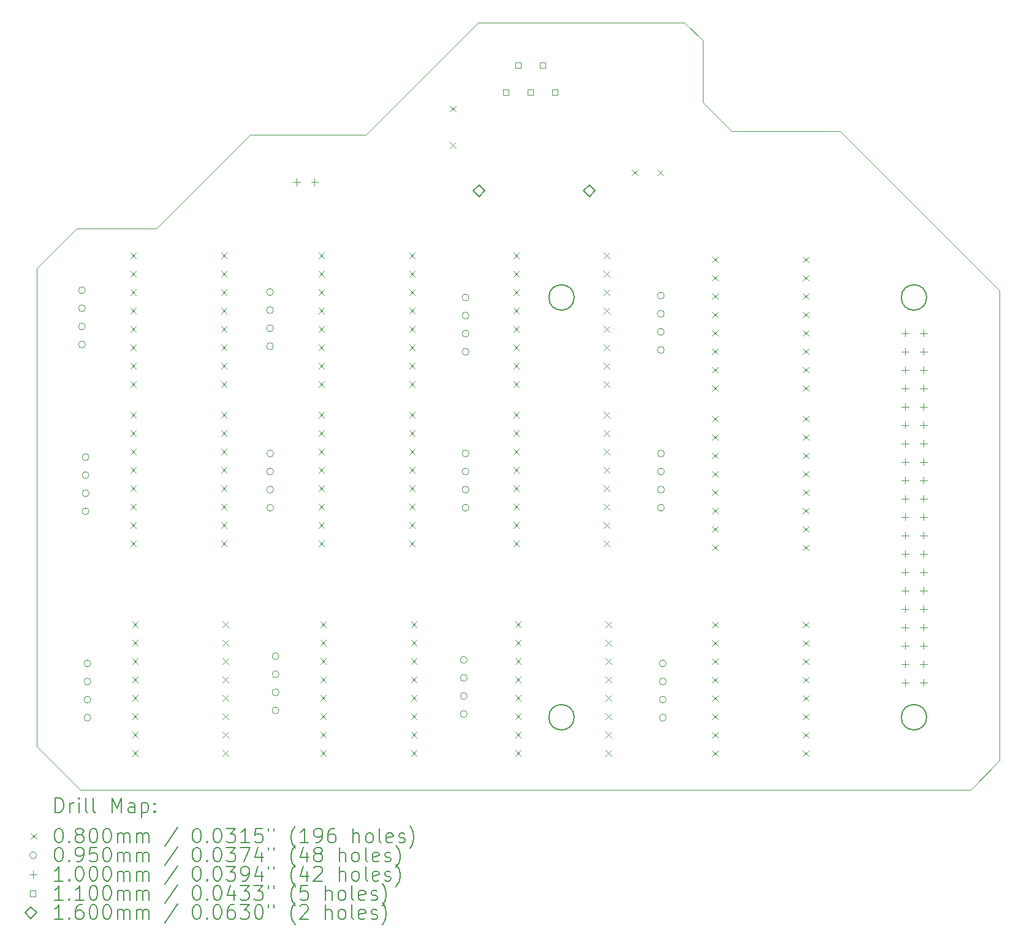
<source format=gbr>
%TF.GenerationSoftware,KiCad,Pcbnew,8.0.8-8.0.8-0~ubuntu24.04.1*%
%TF.CreationDate,2025-04-08T09:18:34-05:00*%
%TF.ProjectId,wasabi,77617361-6269-42e6-9b69-6361645f7063,rev?*%
%TF.SameCoordinates,Original*%
%TF.FileFunction,Drillmap*%
%TF.FilePolarity,Positive*%
%FSLAX45Y45*%
G04 Gerber Fmt 4.5, Leading zero omitted, Abs format (unit mm)*
G04 Created by KiCad (PCBNEW 8.0.8-8.0.8-0~ubuntu24.04.1) date 2025-04-08 09:18:34*
%MOMM*%
%LPD*%
G01*
G04 APERTURE LIST*
%ADD10C,0.050000*%
%ADD11C,0.200000*%
%ADD12C,0.100000*%
%ADD13C,0.110000*%
%ADD14C,0.160000*%
G04 APERTURE END LIST*
D10*
X7700000Y-14700000D02*
X20000000Y-14700000D01*
D11*
X19395000Y-13700000D02*
G75*
G02*
X19045000Y-13700000I-175000J0D01*
G01*
X19045000Y-13700000D02*
G75*
G02*
X19395000Y-13700000I175000J0D01*
G01*
D10*
X11650000Y-5650000D02*
X10050000Y-5650000D01*
X16700000Y-5600000D02*
X16300000Y-5200000D01*
X10050000Y-5650000D02*
X8750000Y-6950000D01*
D11*
X14525000Y-13700000D02*
G75*
G02*
X14175000Y-13700000I-175000J0D01*
G01*
X14175000Y-13700000D02*
G75*
G02*
X14525000Y-13700000I175000J0D01*
G01*
D10*
X7100000Y-7500000D02*
X7100000Y-13500000D01*
X7100000Y-13500000D02*
X7100000Y-14100000D01*
X16050000Y-4100000D02*
X13200000Y-4100000D01*
X7650000Y-6950000D02*
X7100000Y-7500000D01*
X18200000Y-5600000D02*
X16700000Y-5600000D01*
X20400000Y-7800000D02*
X18200000Y-5600000D01*
X20400000Y-14300000D02*
X20400000Y-7800000D01*
X20000000Y-14700000D02*
X20400000Y-14300000D01*
X8750000Y-6950000D02*
X7650000Y-6950000D01*
X16300000Y-5200000D02*
X16300000Y-4350000D01*
X7100000Y-14100000D02*
X7700000Y-14700000D01*
X16300000Y-4350000D02*
X16050000Y-4100000D01*
X13200000Y-4100000D02*
X11650000Y-5650000D01*
D11*
X14525000Y-7900000D02*
G75*
G02*
X14175000Y-7900000I-175000J0D01*
G01*
X14175000Y-7900000D02*
G75*
G02*
X14525000Y-7900000I175000J0D01*
G01*
X19395000Y-7900000D02*
G75*
G02*
X19045000Y-7900000I-175000J0D01*
G01*
X19045000Y-7900000D02*
G75*
G02*
X19395000Y-7900000I175000J0D01*
G01*
D12*
X8395000Y-7282000D02*
X8475000Y-7362000D01*
X8475000Y-7282000D02*
X8395000Y-7362000D01*
X8395000Y-7536000D02*
X8475000Y-7616000D01*
X8475000Y-7536000D02*
X8395000Y-7616000D01*
X8395000Y-7790000D02*
X8475000Y-7870000D01*
X8475000Y-7790000D02*
X8395000Y-7870000D01*
X8395000Y-8044000D02*
X8475000Y-8124000D01*
X8475000Y-8044000D02*
X8395000Y-8124000D01*
X8395000Y-8298000D02*
X8475000Y-8378000D01*
X8475000Y-8298000D02*
X8395000Y-8378000D01*
X8395000Y-8552000D02*
X8475000Y-8632000D01*
X8475000Y-8552000D02*
X8395000Y-8632000D01*
X8395000Y-8806000D02*
X8475000Y-8886000D01*
X8475000Y-8806000D02*
X8395000Y-8886000D01*
X8395000Y-9060000D02*
X8475000Y-9140000D01*
X8475000Y-9060000D02*
X8395000Y-9140000D01*
X8395000Y-9482000D02*
X8475000Y-9562000D01*
X8475000Y-9482000D02*
X8395000Y-9562000D01*
X8395000Y-9736000D02*
X8475000Y-9816000D01*
X8475000Y-9736000D02*
X8395000Y-9816000D01*
X8395000Y-9990000D02*
X8475000Y-10070000D01*
X8475000Y-9990000D02*
X8395000Y-10070000D01*
X8395000Y-10244000D02*
X8475000Y-10324000D01*
X8475000Y-10244000D02*
X8395000Y-10324000D01*
X8395000Y-10498000D02*
X8475000Y-10578000D01*
X8475000Y-10498000D02*
X8395000Y-10578000D01*
X8395000Y-10752000D02*
X8475000Y-10832000D01*
X8475000Y-10752000D02*
X8395000Y-10832000D01*
X8395000Y-11006000D02*
X8475000Y-11086000D01*
X8475000Y-11006000D02*
X8395000Y-11086000D01*
X8395000Y-11260000D02*
X8475000Y-11340000D01*
X8475000Y-11260000D02*
X8395000Y-11340000D01*
X8420000Y-12378000D02*
X8500000Y-12458000D01*
X8500000Y-12378000D02*
X8420000Y-12458000D01*
X8420000Y-12632000D02*
X8500000Y-12712000D01*
X8500000Y-12632000D02*
X8420000Y-12712000D01*
X8420000Y-12886000D02*
X8500000Y-12966000D01*
X8500000Y-12886000D02*
X8420000Y-12966000D01*
X8420000Y-13140000D02*
X8500000Y-13220000D01*
X8500000Y-13140000D02*
X8420000Y-13220000D01*
X8420000Y-13394000D02*
X8500000Y-13474000D01*
X8500000Y-13394000D02*
X8420000Y-13474000D01*
X8420000Y-13648000D02*
X8500000Y-13728000D01*
X8500000Y-13648000D02*
X8420000Y-13728000D01*
X8420000Y-13902000D02*
X8500000Y-13982000D01*
X8500000Y-13902000D02*
X8420000Y-13982000D01*
X8420000Y-14156000D02*
X8500000Y-14236000D01*
X8500000Y-14156000D02*
X8420000Y-14236000D01*
X9645000Y-7282000D02*
X9725000Y-7362000D01*
X9725000Y-7282000D02*
X9645000Y-7362000D01*
X9645000Y-7536000D02*
X9725000Y-7616000D01*
X9725000Y-7536000D02*
X9645000Y-7616000D01*
X9645000Y-7790000D02*
X9725000Y-7870000D01*
X9725000Y-7790000D02*
X9645000Y-7870000D01*
X9645000Y-8044000D02*
X9725000Y-8124000D01*
X9725000Y-8044000D02*
X9645000Y-8124000D01*
X9645000Y-8298000D02*
X9725000Y-8378000D01*
X9725000Y-8298000D02*
X9645000Y-8378000D01*
X9645000Y-8552000D02*
X9725000Y-8632000D01*
X9725000Y-8552000D02*
X9645000Y-8632000D01*
X9645000Y-8806000D02*
X9725000Y-8886000D01*
X9725000Y-8806000D02*
X9645000Y-8886000D01*
X9645000Y-9060000D02*
X9725000Y-9140000D01*
X9725000Y-9060000D02*
X9645000Y-9140000D01*
X9645000Y-9482000D02*
X9725000Y-9562000D01*
X9725000Y-9482000D02*
X9645000Y-9562000D01*
X9645000Y-9736000D02*
X9725000Y-9816000D01*
X9725000Y-9736000D02*
X9645000Y-9816000D01*
X9645000Y-9990000D02*
X9725000Y-10070000D01*
X9725000Y-9990000D02*
X9645000Y-10070000D01*
X9645000Y-10244000D02*
X9725000Y-10324000D01*
X9725000Y-10244000D02*
X9645000Y-10324000D01*
X9645000Y-10498000D02*
X9725000Y-10578000D01*
X9725000Y-10498000D02*
X9645000Y-10578000D01*
X9645000Y-10752000D02*
X9725000Y-10832000D01*
X9725000Y-10752000D02*
X9645000Y-10832000D01*
X9645000Y-11006000D02*
X9725000Y-11086000D01*
X9725000Y-11006000D02*
X9645000Y-11086000D01*
X9645000Y-11260000D02*
X9725000Y-11340000D01*
X9725000Y-11260000D02*
X9645000Y-11340000D01*
X9670000Y-12378000D02*
X9750000Y-12458000D01*
X9750000Y-12378000D02*
X9670000Y-12458000D01*
X9670000Y-12632000D02*
X9750000Y-12712000D01*
X9750000Y-12632000D02*
X9670000Y-12712000D01*
X9670000Y-12886000D02*
X9750000Y-12966000D01*
X9750000Y-12886000D02*
X9670000Y-12966000D01*
X9670000Y-13140000D02*
X9750000Y-13220000D01*
X9750000Y-13140000D02*
X9670000Y-13220000D01*
X9670000Y-13394000D02*
X9750000Y-13474000D01*
X9750000Y-13394000D02*
X9670000Y-13474000D01*
X9670000Y-13648000D02*
X9750000Y-13728000D01*
X9750000Y-13648000D02*
X9670000Y-13728000D01*
X9670000Y-13902000D02*
X9750000Y-13982000D01*
X9750000Y-13902000D02*
X9670000Y-13982000D01*
X9670000Y-14156000D02*
X9750000Y-14236000D01*
X9750000Y-14156000D02*
X9670000Y-14236000D01*
X10995000Y-7282000D02*
X11075000Y-7362000D01*
X11075000Y-7282000D02*
X10995000Y-7362000D01*
X10995000Y-7536000D02*
X11075000Y-7616000D01*
X11075000Y-7536000D02*
X10995000Y-7616000D01*
X10995000Y-7790000D02*
X11075000Y-7870000D01*
X11075000Y-7790000D02*
X10995000Y-7870000D01*
X10995000Y-8044000D02*
X11075000Y-8124000D01*
X11075000Y-8044000D02*
X10995000Y-8124000D01*
X10995000Y-8298000D02*
X11075000Y-8378000D01*
X11075000Y-8298000D02*
X10995000Y-8378000D01*
X10995000Y-8552000D02*
X11075000Y-8632000D01*
X11075000Y-8552000D02*
X10995000Y-8632000D01*
X10995000Y-8806000D02*
X11075000Y-8886000D01*
X11075000Y-8806000D02*
X10995000Y-8886000D01*
X10995000Y-9060000D02*
X11075000Y-9140000D01*
X11075000Y-9060000D02*
X10995000Y-9140000D01*
X10995000Y-9482000D02*
X11075000Y-9562000D01*
X11075000Y-9482000D02*
X10995000Y-9562000D01*
X10995000Y-9736000D02*
X11075000Y-9816000D01*
X11075000Y-9736000D02*
X10995000Y-9816000D01*
X10995000Y-9990000D02*
X11075000Y-10070000D01*
X11075000Y-9990000D02*
X10995000Y-10070000D01*
X10995000Y-10244000D02*
X11075000Y-10324000D01*
X11075000Y-10244000D02*
X10995000Y-10324000D01*
X10995000Y-10498000D02*
X11075000Y-10578000D01*
X11075000Y-10498000D02*
X10995000Y-10578000D01*
X10995000Y-10752000D02*
X11075000Y-10832000D01*
X11075000Y-10752000D02*
X10995000Y-10832000D01*
X10995000Y-11006000D02*
X11075000Y-11086000D01*
X11075000Y-11006000D02*
X10995000Y-11086000D01*
X10995000Y-11260000D02*
X11075000Y-11340000D01*
X11075000Y-11260000D02*
X10995000Y-11340000D01*
X11020000Y-12378000D02*
X11100000Y-12458000D01*
X11100000Y-12378000D02*
X11020000Y-12458000D01*
X11020000Y-12632000D02*
X11100000Y-12712000D01*
X11100000Y-12632000D02*
X11020000Y-12712000D01*
X11020000Y-12886000D02*
X11100000Y-12966000D01*
X11100000Y-12886000D02*
X11020000Y-12966000D01*
X11020000Y-13140000D02*
X11100000Y-13220000D01*
X11100000Y-13140000D02*
X11020000Y-13220000D01*
X11020000Y-13394000D02*
X11100000Y-13474000D01*
X11100000Y-13394000D02*
X11020000Y-13474000D01*
X11020000Y-13648000D02*
X11100000Y-13728000D01*
X11100000Y-13648000D02*
X11020000Y-13728000D01*
X11020000Y-13902000D02*
X11100000Y-13982000D01*
X11100000Y-13902000D02*
X11020000Y-13982000D01*
X11020000Y-14156000D02*
X11100000Y-14236000D01*
X11100000Y-14156000D02*
X11020000Y-14236000D01*
X12245000Y-7282000D02*
X12325000Y-7362000D01*
X12325000Y-7282000D02*
X12245000Y-7362000D01*
X12245000Y-7536000D02*
X12325000Y-7616000D01*
X12325000Y-7536000D02*
X12245000Y-7616000D01*
X12245000Y-7790000D02*
X12325000Y-7870000D01*
X12325000Y-7790000D02*
X12245000Y-7870000D01*
X12245000Y-8044000D02*
X12325000Y-8124000D01*
X12325000Y-8044000D02*
X12245000Y-8124000D01*
X12245000Y-8298000D02*
X12325000Y-8378000D01*
X12325000Y-8298000D02*
X12245000Y-8378000D01*
X12245000Y-8552000D02*
X12325000Y-8632000D01*
X12325000Y-8552000D02*
X12245000Y-8632000D01*
X12245000Y-8806000D02*
X12325000Y-8886000D01*
X12325000Y-8806000D02*
X12245000Y-8886000D01*
X12245000Y-9060000D02*
X12325000Y-9140000D01*
X12325000Y-9060000D02*
X12245000Y-9140000D01*
X12245000Y-9482000D02*
X12325000Y-9562000D01*
X12325000Y-9482000D02*
X12245000Y-9562000D01*
X12245000Y-9736000D02*
X12325000Y-9816000D01*
X12325000Y-9736000D02*
X12245000Y-9816000D01*
X12245000Y-9990000D02*
X12325000Y-10070000D01*
X12325000Y-9990000D02*
X12245000Y-10070000D01*
X12245000Y-10244000D02*
X12325000Y-10324000D01*
X12325000Y-10244000D02*
X12245000Y-10324000D01*
X12245000Y-10498000D02*
X12325000Y-10578000D01*
X12325000Y-10498000D02*
X12245000Y-10578000D01*
X12245000Y-10752000D02*
X12325000Y-10832000D01*
X12325000Y-10752000D02*
X12245000Y-10832000D01*
X12245000Y-11006000D02*
X12325000Y-11086000D01*
X12325000Y-11006000D02*
X12245000Y-11086000D01*
X12245000Y-11260000D02*
X12325000Y-11340000D01*
X12325000Y-11260000D02*
X12245000Y-11340000D01*
X12270000Y-12378000D02*
X12350000Y-12458000D01*
X12350000Y-12378000D02*
X12270000Y-12458000D01*
X12270000Y-12632000D02*
X12350000Y-12712000D01*
X12350000Y-12632000D02*
X12270000Y-12712000D01*
X12270000Y-12886000D02*
X12350000Y-12966000D01*
X12350000Y-12886000D02*
X12270000Y-12966000D01*
X12270000Y-13140000D02*
X12350000Y-13220000D01*
X12350000Y-13140000D02*
X12270000Y-13220000D01*
X12270000Y-13394000D02*
X12350000Y-13474000D01*
X12350000Y-13394000D02*
X12270000Y-13474000D01*
X12270000Y-13648000D02*
X12350000Y-13728000D01*
X12350000Y-13648000D02*
X12270000Y-13728000D01*
X12270000Y-13902000D02*
X12350000Y-13982000D01*
X12350000Y-13902000D02*
X12270000Y-13982000D01*
X12270000Y-14156000D02*
X12350000Y-14236000D01*
X12350000Y-14156000D02*
X12270000Y-14236000D01*
X12810000Y-5255000D02*
X12890000Y-5335000D01*
X12890000Y-5255000D02*
X12810000Y-5335000D01*
X12810000Y-5755000D02*
X12890000Y-5835000D01*
X12890000Y-5755000D02*
X12810000Y-5835000D01*
X13685000Y-7282000D02*
X13765000Y-7362000D01*
X13765000Y-7282000D02*
X13685000Y-7362000D01*
X13685000Y-7536000D02*
X13765000Y-7616000D01*
X13765000Y-7536000D02*
X13685000Y-7616000D01*
X13685000Y-7790000D02*
X13765000Y-7870000D01*
X13765000Y-7790000D02*
X13685000Y-7870000D01*
X13685000Y-8044000D02*
X13765000Y-8124000D01*
X13765000Y-8044000D02*
X13685000Y-8124000D01*
X13685000Y-8298000D02*
X13765000Y-8378000D01*
X13765000Y-8298000D02*
X13685000Y-8378000D01*
X13685000Y-8552000D02*
X13765000Y-8632000D01*
X13765000Y-8552000D02*
X13685000Y-8632000D01*
X13685000Y-8806000D02*
X13765000Y-8886000D01*
X13765000Y-8806000D02*
X13685000Y-8886000D01*
X13685000Y-9060000D02*
X13765000Y-9140000D01*
X13765000Y-9060000D02*
X13685000Y-9140000D01*
X13685000Y-9482000D02*
X13765000Y-9562000D01*
X13765000Y-9482000D02*
X13685000Y-9562000D01*
X13685000Y-9736000D02*
X13765000Y-9816000D01*
X13765000Y-9736000D02*
X13685000Y-9816000D01*
X13685000Y-9990000D02*
X13765000Y-10070000D01*
X13765000Y-9990000D02*
X13685000Y-10070000D01*
X13685000Y-10244000D02*
X13765000Y-10324000D01*
X13765000Y-10244000D02*
X13685000Y-10324000D01*
X13685000Y-10498000D02*
X13765000Y-10578000D01*
X13765000Y-10498000D02*
X13685000Y-10578000D01*
X13685000Y-10752000D02*
X13765000Y-10832000D01*
X13765000Y-10752000D02*
X13685000Y-10832000D01*
X13685000Y-11006000D02*
X13765000Y-11086000D01*
X13765000Y-11006000D02*
X13685000Y-11086000D01*
X13685000Y-11260000D02*
X13765000Y-11340000D01*
X13765000Y-11260000D02*
X13685000Y-11340000D01*
X13710000Y-12378000D02*
X13790000Y-12458000D01*
X13790000Y-12378000D02*
X13710000Y-12458000D01*
X13710000Y-12632000D02*
X13790000Y-12712000D01*
X13790000Y-12632000D02*
X13710000Y-12712000D01*
X13710000Y-12886000D02*
X13790000Y-12966000D01*
X13790000Y-12886000D02*
X13710000Y-12966000D01*
X13710000Y-13140000D02*
X13790000Y-13220000D01*
X13790000Y-13140000D02*
X13710000Y-13220000D01*
X13710000Y-13394000D02*
X13790000Y-13474000D01*
X13790000Y-13394000D02*
X13710000Y-13474000D01*
X13710000Y-13648000D02*
X13790000Y-13728000D01*
X13790000Y-13648000D02*
X13710000Y-13728000D01*
X13710000Y-13902000D02*
X13790000Y-13982000D01*
X13790000Y-13902000D02*
X13710000Y-13982000D01*
X13710000Y-14156000D02*
X13790000Y-14236000D01*
X13790000Y-14156000D02*
X13710000Y-14236000D01*
X14935000Y-7282000D02*
X15015000Y-7362000D01*
X15015000Y-7282000D02*
X14935000Y-7362000D01*
X14935000Y-7536000D02*
X15015000Y-7616000D01*
X15015000Y-7536000D02*
X14935000Y-7616000D01*
X14935000Y-7790000D02*
X15015000Y-7870000D01*
X15015000Y-7790000D02*
X14935000Y-7870000D01*
X14935000Y-8044000D02*
X15015000Y-8124000D01*
X15015000Y-8044000D02*
X14935000Y-8124000D01*
X14935000Y-8298000D02*
X15015000Y-8378000D01*
X15015000Y-8298000D02*
X14935000Y-8378000D01*
X14935000Y-8552000D02*
X15015000Y-8632000D01*
X15015000Y-8552000D02*
X14935000Y-8632000D01*
X14935000Y-8806000D02*
X15015000Y-8886000D01*
X15015000Y-8806000D02*
X14935000Y-8886000D01*
X14935000Y-9060000D02*
X15015000Y-9140000D01*
X15015000Y-9060000D02*
X14935000Y-9140000D01*
X14935000Y-9482000D02*
X15015000Y-9562000D01*
X15015000Y-9482000D02*
X14935000Y-9562000D01*
X14935000Y-9736000D02*
X15015000Y-9816000D01*
X15015000Y-9736000D02*
X14935000Y-9816000D01*
X14935000Y-9990000D02*
X15015000Y-10070000D01*
X15015000Y-9990000D02*
X14935000Y-10070000D01*
X14935000Y-10244000D02*
X15015000Y-10324000D01*
X15015000Y-10244000D02*
X14935000Y-10324000D01*
X14935000Y-10498000D02*
X15015000Y-10578000D01*
X15015000Y-10498000D02*
X14935000Y-10578000D01*
X14935000Y-10752000D02*
X15015000Y-10832000D01*
X15015000Y-10752000D02*
X14935000Y-10832000D01*
X14935000Y-11006000D02*
X15015000Y-11086000D01*
X15015000Y-11006000D02*
X14935000Y-11086000D01*
X14935000Y-11260000D02*
X15015000Y-11340000D01*
X15015000Y-11260000D02*
X14935000Y-11340000D01*
X14960000Y-12378000D02*
X15040000Y-12458000D01*
X15040000Y-12378000D02*
X14960000Y-12458000D01*
X14960000Y-12632000D02*
X15040000Y-12712000D01*
X15040000Y-12632000D02*
X14960000Y-12712000D01*
X14960000Y-12886000D02*
X15040000Y-12966000D01*
X15040000Y-12886000D02*
X14960000Y-12966000D01*
X14960000Y-13140000D02*
X15040000Y-13220000D01*
X15040000Y-13140000D02*
X14960000Y-13220000D01*
X14960000Y-13394000D02*
X15040000Y-13474000D01*
X15040000Y-13394000D02*
X14960000Y-13474000D01*
X14960000Y-13648000D02*
X15040000Y-13728000D01*
X15040000Y-13648000D02*
X14960000Y-13728000D01*
X14960000Y-13902000D02*
X15040000Y-13982000D01*
X15040000Y-13902000D02*
X14960000Y-13982000D01*
X14960000Y-14156000D02*
X15040000Y-14236000D01*
X15040000Y-14156000D02*
X14960000Y-14236000D01*
X15325265Y-6135000D02*
X15405265Y-6215000D01*
X15405265Y-6135000D02*
X15325265Y-6215000D01*
X15675265Y-6135000D02*
X15755265Y-6215000D01*
X15755265Y-6135000D02*
X15675265Y-6215000D01*
X16435000Y-7336000D02*
X16515000Y-7416000D01*
X16515000Y-7336000D02*
X16435000Y-7416000D01*
X16435000Y-7590000D02*
X16515000Y-7670000D01*
X16515000Y-7590000D02*
X16435000Y-7670000D01*
X16435000Y-7844000D02*
X16515000Y-7924000D01*
X16515000Y-7844000D02*
X16435000Y-7924000D01*
X16435000Y-8098000D02*
X16515000Y-8178000D01*
X16515000Y-8098000D02*
X16435000Y-8178000D01*
X16435000Y-8352000D02*
X16515000Y-8432000D01*
X16515000Y-8352000D02*
X16435000Y-8432000D01*
X16435000Y-8606000D02*
X16515000Y-8686000D01*
X16515000Y-8606000D02*
X16435000Y-8686000D01*
X16435000Y-8860000D02*
X16515000Y-8940000D01*
X16515000Y-8860000D02*
X16435000Y-8940000D01*
X16435000Y-9114000D02*
X16515000Y-9194000D01*
X16515000Y-9114000D02*
X16435000Y-9194000D01*
X16435000Y-9536000D02*
X16515000Y-9616000D01*
X16515000Y-9536000D02*
X16435000Y-9616000D01*
X16435000Y-9790000D02*
X16515000Y-9870000D01*
X16515000Y-9790000D02*
X16435000Y-9870000D01*
X16435000Y-10044000D02*
X16515000Y-10124000D01*
X16515000Y-10044000D02*
X16435000Y-10124000D01*
X16435000Y-10298000D02*
X16515000Y-10378000D01*
X16515000Y-10298000D02*
X16435000Y-10378000D01*
X16435000Y-10552000D02*
X16515000Y-10632000D01*
X16515000Y-10552000D02*
X16435000Y-10632000D01*
X16435000Y-10806000D02*
X16515000Y-10886000D01*
X16515000Y-10806000D02*
X16435000Y-10886000D01*
X16435000Y-11060000D02*
X16515000Y-11140000D01*
X16515000Y-11060000D02*
X16435000Y-11140000D01*
X16435000Y-11314000D02*
X16515000Y-11394000D01*
X16515000Y-11314000D02*
X16435000Y-11394000D01*
X16435000Y-12382000D02*
X16515000Y-12462000D01*
X16515000Y-12382000D02*
X16435000Y-12462000D01*
X16435000Y-12636000D02*
X16515000Y-12716000D01*
X16515000Y-12636000D02*
X16435000Y-12716000D01*
X16435000Y-12890000D02*
X16515000Y-12970000D01*
X16515000Y-12890000D02*
X16435000Y-12970000D01*
X16435000Y-13144000D02*
X16515000Y-13224000D01*
X16515000Y-13144000D02*
X16435000Y-13224000D01*
X16435000Y-13398000D02*
X16515000Y-13478000D01*
X16515000Y-13398000D02*
X16435000Y-13478000D01*
X16435000Y-13652000D02*
X16515000Y-13732000D01*
X16515000Y-13652000D02*
X16435000Y-13732000D01*
X16435000Y-13906000D02*
X16515000Y-13986000D01*
X16515000Y-13906000D02*
X16435000Y-13986000D01*
X16435000Y-14160000D02*
X16515000Y-14240000D01*
X16515000Y-14160000D02*
X16435000Y-14240000D01*
X17685000Y-7336000D02*
X17765000Y-7416000D01*
X17765000Y-7336000D02*
X17685000Y-7416000D01*
X17685000Y-7590000D02*
X17765000Y-7670000D01*
X17765000Y-7590000D02*
X17685000Y-7670000D01*
X17685000Y-7844000D02*
X17765000Y-7924000D01*
X17765000Y-7844000D02*
X17685000Y-7924000D01*
X17685000Y-8098000D02*
X17765000Y-8178000D01*
X17765000Y-8098000D02*
X17685000Y-8178000D01*
X17685000Y-8352000D02*
X17765000Y-8432000D01*
X17765000Y-8352000D02*
X17685000Y-8432000D01*
X17685000Y-8606000D02*
X17765000Y-8686000D01*
X17765000Y-8606000D02*
X17685000Y-8686000D01*
X17685000Y-8860000D02*
X17765000Y-8940000D01*
X17765000Y-8860000D02*
X17685000Y-8940000D01*
X17685000Y-9114000D02*
X17765000Y-9194000D01*
X17765000Y-9114000D02*
X17685000Y-9194000D01*
X17685000Y-9536000D02*
X17765000Y-9616000D01*
X17765000Y-9536000D02*
X17685000Y-9616000D01*
X17685000Y-9790000D02*
X17765000Y-9870000D01*
X17765000Y-9790000D02*
X17685000Y-9870000D01*
X17685000Y-10044000D02*
X17765000Y-10124000D01*
X17765000Y-10044000D02*
X17685000Y-10124000D01*
X17685000Y-10298000D02*
X17765000Y-10378000D01*
X17765000Y-10298000D02*
X17685000Y-10378000D01*
X17685000Y-10552000D02*
X17765000Y-10632000D01*
X17765000Y-10552000D02*
X17685000Y-10632000D01*
X17685000Y-10806000D02*
X17765000Y-10886000D01*
X17765000Y-10806000D02*
X17685000Y-10886000D01*
X17685000Y-11060000D02*
X17765000Y-11140000D01*
X17765000Y-11060000D02*
X17685000Y-11140000D01*
X17685000Y-11314000D02*
X17765000Y-11394000D01*
X17765000Y-11314000D02*
X17685000Y-11394000D01*
X17685000Y-12382000D02*
X17765000Y-12462000D01*
X17765000Y-12382000D02*
X17685000Y-12462000D01*
X17685000Y-12636000D02*
X17765000Y-12716000D01*
X17765000Y-12636000D02*
X17685000Y-12716000D01*
X17685000Y-12890000D02*
X17765000Y-12970000D01*
X17765000Y-12890000D02*
X17685000Y-12970000D01*
X17685000Y-13144000D02*
X17765000Y-13224000D01*
X17765000Y-13144000D02*
X17685000Y-13224000D01*
X17685000Y-13398000D02*
X17765000Y-13478000D01*
X17765000Y-13398000D02*
X17685000Y-13478000D01*
X17685000Y-13652000D02*
X17765000Y-13732000D01*
X17765000Y-13652000D02*
X17685000Y-13732000D01*
X17685000Y-13906000D02*
X17765000Y-13986000D01*
X17765000Y-13906000D02*
X17685000Y-13986000D01*
X17685000Y-14160000D02*
X17765000Y-14240000D01*
X17765000Y-14160000D02*
X17685000Y-14240000D01*
X7772500Y-7800000D02*
G75*
G02*
X7677500Y-7800000I-47500J0D01*
G01*
X7677500Y-7800000D02*
G75*
G02*
X7772500Y-7800000I47500J0D01*
G01*
X7772500Y-8050000D02*
G75*
G02*
X7677500Y-8050000I-47500J0D01*
G01*
X7677500Y-8050000D02*
G75*
G02*
X7772500Y-8050000I47500J0D01*
G01*
X7772500Y-8300000D02*
G75*
G02*
X7677500Y-8300000I-47500J0D01*
G01*
X7677500Y-8300000D02*
G75*
G02*
X7772500Y-8300000I47500J0D01*
G01*
X7772500Y-8550000D02*
G75*
G02*
X7677500Y-8550000I-47500J0D01*
G01*
X7677500Y-8550000D02*
G75*
G02*
X7772500Y-8550000I47500J0D01*
G01*
X7822500Y-10105000D02*
G75*
G02*
X7727500Y-10105000I-47500J0D01*
G01*
X7727500Y-10105000D02*
G75*
G02*
X7822500Y-10105000I47500J0D01*
G01*
X7822500Y-10355000D02*
G75*
G02*
X7727500Y-10355000I-47500J0D01*
G01*
X7727500Y-10355000D02*
G75*
G02*
X7822500Y-10355000I47500J0D01*
G01*
X7822500Y-10605000D02*
G75*
G02*
X7727500Y-10605000I-47500J0D01*
G01*
X7727500Y-10605000D02*
G75*
G02*
X7822500Y-10605000I47500J0D01*
G01*
X7822500Y-10855000D02*
G75*
G02*
X7727500Y-10855000I-47500J0D01*
G01*
X7727500Y-10855000D02*
G75*
G02*
X7822500Y-10855000I47500J0D01*
G01*
X7847500Y-12956000D02*
G75*
G02*
X7752500Y-12956000I-47500J0D01*
G01*
X7752500Y-12956000D02*
G75*
G02*
X7847500Y-12956000I47500J0D01*
G01*
X7847500Y-13206000D02*
G75*
G02*
X7752500Y-13206000I-47500J0D01*
G01*
X7752500Y-13206000D02*
G75*
G02*
X7847500Y-13206000I47500J0D01*
G01*
X7847500Y-13456000D02*
G75*
G02*
X7752500Y-13456000I-47500J0D01*
G01*
X7752500Y-13456000D02*
G75*
G02*
X7847500Y-13456000I47500J0D01*
G01*
X7847500Y-13706000D02*
G75*
G02*
X7752500Y-13706000I-47500J0D01*
G01*
X7752500Y-13706000D02*
G75*
G02*
X7847500Y-13706000I47500J0D01*
G01*
X10370000Y-7825000D02*
G75*
G02*
X10275000Y-7825000I-47500J0D01*
G01*
X10275000Y-7825000D02*
G75*
G02*
X10370000Y-7825000I47500J0D01*
G01*
X10370000Y-8075000D02*
G75*
G02*
X10275000Y-8075000I-47500J0D01*
G01*
X10275000Y-8075000D02*
G75*
G02*
X10370000Y-8075000I47500J0D01*
G01*
X10370000Y-8325000D02*
G75*
G02*
X10275000Y-8325000I-47500J0D01*
G01*
X10275000Y-8325000D02*
G75*
G02*
X10370000Y-8325000I47500J0D01*
G01*
X10370000Y-8575000D02*
G75*
G02*
X10275000Y-8575000I-47500J0D01*
G01*
X10275000Y-8575000D02*
G75*
G02*
X10370000Y-8575000I47500J0D01*
G01*
X10372500Y-10055000D02*
G75*
G02*
X10277500Y-10055000I-47500J0D01*
G01*
X10277500Y-10055000D02*
G75*
G02*
X10372500Y-10055000I47500J0D01*
G01*
X10372500Y-10305000D02*
G75*
G02*
X10277500Y-10305000I-47500J0D01*
G01*
X10277500Y-10305000D02*
G75*
G02*
X10372500Y-10305000I47500J0D01*
G01*
X10372500Y-10555000D02*
G75*
G02*
X10277500Y-10555000I-47500J0D01*
G01*
X10277500Y-10555000D02*
G75*
G02*
X10372500Y-10555000I47500J0D01*
G01*
X10372500Y-10805000D02*
G75*
G02*
X10277500Y-10805000I-47500J0D01*
G01*
X10277500Y-10805000D02*
G75*
G02*
X10372500Y-10805000I47500J0D01*
G01*
X10447500Y-12856000D02*
G75*
G02*
X10352500Y-12856000I-47500J0D01*
G01*
X10352500Y-12856000D02*
G75*
G02*
X10447500Y-12856000I47500J0D01*
G01*
X10447500Y-13106000D02*
G75*
G02*
X10352500Y-13106000I-47500J0D01*
G01*
X10352500Y-13106000D02*
G75*
G02*
X10447500Y-13106000I47500J0D01*
G01*
X10447500Y-13356000D02*
G75*
G02*
X10352500Y-13356000I-47500J0D01*
G01*
X10352500Y-13356000D02*
G75*
G02*
X10447500Y-13356000I47500J0D01*
G01*
X10447500Y-13606000D02*
G75*
G02*
X10352500Y-13606000I-47500J0D01*
G01*
X10352500Y-13606000D02*
G75*
G02*
X10447500Y-13606000I47500J0D01*
G01*
X13047500Y-12906000D02*
G75*
G02*
X12952500Y-12906000I-47500J0D01*
G01*
X12952500Y-12906000D02*
G75*
G02*
X13047500Y-12906000I47500J0D01*
G01*
X13047500Y-13156000D02*
G75*
G02*
X12952500Y-13156000I-47500J0D01*
G01*
X12952500Y-13156000D02*
G75*
G02*
X13047500Y-13156000I47500J0D01*
G01*
X13047500Y-13406000D02*
G75*
G02*
X12952500Y-13406000I-47500J0D01*
G01*
X12952500Y-13406000D02*
G75*
G02*
X13047500Y-13406000I47500J0D01*
G01*
X13047500Y-13656000D02*
G75*
G02*
X12952500Y-13656000I-47500J0D01*
G01*
X12952500Y-13656000D02*
G75*
G02*
X13047500Y-13656000I47500J0D01*
G01*
X13072500Y-7900000D02*
G75*
G02*
X12977500Y-7900000I-47500J0D01*
G01*
X12977500Y-7900000D02*
G75*
G02*
X13072500Y-7900000I47500J0D01*
G01*
X13072500Y-8150000D02*
G75*
G02*
X12977500Y-8150000I-47500J0D01*
G01*
X12977500Y-8150000D02*
G75*
G02*
X13072500Y-8150000I47500J0D01*
G01*
X13072500Y-8400000D02*
G75*
G02*
X12977500Y-8400000I-47500J0D01*
G01*
X12977500Y-8400000D02*
G75*
G02*
X13072500Y-8400000I47500J0D01*
G01*
X13072500Y-8650000D02*
G75*
G02*
X12977500Y-8650000I-47500J0D01*
G01*
X12977500Y-8650000D02*
G75*
G02*
X13072500Y-8650000I47500J0D01*
G01*
X13072500Y-10055000D02*
G75*
G02*
X12977500Y-10055000I-47500J0D01*
G01*
X12977500Y-10055000D02*
G75*
G02*
X13072500Y-10055000I47500J0D01*
G01*
X13072500Y-10305000D02*
G75*
G02*
X12977500Y-10305000I-47500J0D01*
G01*
X12977500Y-10305000D02*
G75*
G02*
X13072500Y-10305000I47500J0D01*
G01*
X13072500Y-10555000D02*
G75*
G02*
X12977500Y-10555000I-47500J0D01*
G01*
X12977500Y-10555000D02*
G75*
G02*
X13072500Y-10555000I47500J0D01*
G01*
X13072500Y-10805000D02*
G75*
G02*
X12977500Y-10805000I-47500J0D01*
G01*
X12977500Y-10805000D02*
G75*
G02*
X13072500Y-10805000I47500J0D01*
G01*
X15770000Y-7875000D02*
G75*
G02*
X15675000Y-7875000I-47500J0D01*
G01*
X15675000Y-7875000D02*
G75*
G02*
X15770000Y-7875000I47500J0D01*
G01*
X15770000Y-8125000D02*
G75*
G02*
X15675000Y-8125000I-47500J0D01*
G01*
X15675000Y-8125000D02*
G75*
G02*
X15770000Y-8125000I47500J0D01*
G01*
X15770000Y-8375000D02*
G75*
G02*
X15675000Y-8375000I-47500J0D01*
G01*
X15675000Y-8375000D02*
G75*
G02*
X15770000Y-8375000I47500J0D01*
G01*
X15770000Y-8625000D02*
G75*
G02*
X15675000Y-8625000I-47500J0D01*
G01*
X15675000Y-8625000D02*
G75*
G02*
X15770000Y-8625000I47500J0D01*
G01*
X15772500Y-10055000D02*
G75*
G02*
X15677500Y-10055000I-47500J0D01*
G01*
X15677500Y-10055000D02*
G75*
G02*
X15772500Y-10055000I47500J0D01*
G01*
X15772500Y-10305000D02*
G75*
G02*
X15677500Y-10305000I-47500J0D01*
G01*
X15677500Y-10305000D02*
G75*
G02*
X15772500Y-10305000I47500J0D01*
G01*
X15772500Y-10555000D02*
G75*
G02*
X15677500Y-10555000I-47500J0D01*
G01*
X15677500Y-10555000D02*
G75*
G02*
X15772500Y-10555000I47500J0D01*
G01*
X15772500Y-10805000D02*
G75*
G02*
X15677500Y-10805000I-47500J0D01*
G01*
X15677500Y-10805000D02*
G75*
G02*
X15772500Y-10805000I47500J0D01*
G01*
X15797500Y-12956000D02*
G75*
G02*
X15702500Y-12956000I-47500J0D01*
G01*
X15702500Y-12956000D02*
G75*
G02*
X15797500Y-12956000I47500J0D01*
G01*
X15797500Y-13206000D02*
G75*
G02*
X15702500Y-13206000I-47500J0D01*
G01*
X15702500Y-13206000D02*
G75*
G02*
X15797500Y-13206000I47500J0D01*
G01*
X15797500Y-13456000D02*
G75*
G02*
X15702500Y-13456000I-47500J0D01*
G01*
X15702500Y-13456000D02*
G75*
G02*
X15797500Y-13456000I47500J0D01*
G01*
X15797500Y-13706000D02*
G75*
G02*
X15702500Y-13706000I-47500J0D01*
G01*
X15702500Y-13706000D02*
G75*
G02*
X15797500Y-13706000I47500J0D01*
G01*
X10690000Y-6252500D02*
X10690000Y-6352500D01*
X10640000Y-6302500D02*
X10740000Y-6302500D01*
X10940000Y-6252500D02*
X10940000Y-6352500D01*
X10890000Y-6302500D02*
X10990000Y-6302500D01*
X19096000Y-8342000D02*
X19096000Y-8442000D01*
X19046000Y-8392000D02*
X19146000Y-8392000D01*
X19096000Y-8596000D02*
X19096000Y-8696000D01*
X19046000Y-8646000D02*
X19146000Y-8646000D01*
X19096000Y-8850000D02*
X19096000Y-8950000D01*
X19046000Y-8900000D02*
X19146000Y-8900000D01*
X19096000Y-9104000D02*
X19096000Y-9204000D01*
X19046000Y-9154000D02*
X19146000Y-9154000D01*
X19096000Y-9358000D02*
X19096000Y-9458000D01*
X19046000Y-9408000D02*
X19146000Y-9408000D01*
X19096000Y-9612000D02*
X19096000Y-9712000D01*
X19046000Y-9662000D02*
X19146000Y-9662000D01*
X19096000Y-9866000D02*
X19096000Y-9966000D01*
X19046000Y-9916000D02*
X19146000Y-9916000D01*
X19096000Y-10120000D02*
X19096000Y-10220000D01*
X19046000Y-10170000D02*
X19146000Y-10170000D01*
X19096000Y-10374000D02*
X19096000Y-10474000D01*
X19046000Y-10424000D02*
X19146000Y-10424000D01*
X19096000Y-10628000D02*
X19096000Y-10728000D01*
X19046000Y-10678000D02*
X19146000Y-10678000D01*
X19096000Y-10882000D02*
X19096000Y-10982000D01*
X19046000Y-10932000D02*
X19146000Y-10932000D01*
X19096000Y-11136000D02*
X19096000Y-11236000D01*
X19046000Y-11186000D02*
X19146000Y-11186000D01*
X19096000Y-11390000D02*
X19096000Y-11490000D01*
X19046000Y-11440000D02*
X19146000Y-11440000D01*
X19096000Y-11644000D02*
X19096000Y-11744000D01*
X19046000Y-11694000D02*
X19146000Y-11694000D01*
X19096000Y-11898000D02*
X19096000Y-11998000D01*
X19046000Y-11948000D02*
X19146000Y-11948000D01*
X19096000Y-12152000D02*
X19096000Y-12252000D01*
X19046000Y-12202000D02*
X19146000Y-12202000D01*
X19096000Y-12406000D02*
X19096000Y-12506000D01*
X19046000Y-12456000D02*
X19146000Y-12456000D01*
X19096000Y-12660000D02*
X19096000Y-12760000D01*
X19046000Y-12710000D02*
X19146000Y-12710000D01*
X19096000Y-12914000D02*
X19096000Y-13014000D01*
X19046000Y-12964000D02*
X19146000Y-12964000D01*
X19096000Y-13168000D02*
X19096000Y-13268000D01*
X19046000Y-13218000D02*
X19146000Y-13218000D01*
X19350000Y-8342000D02*
X19350000Y-8442000D01*
X19300000Y-8392000D02*
X19400000Y-8392000D01*
X19350000Y-8596000D02*
X19350000Y-8696000D01*
X19300000Y-8646000D02*
X19400000Y-8646000D01*
X19350000Y-8850000D02*
X19350000Y-8950000D01*
X19300000Y-8900000D02*
X19400000Y-8900000D01*
X19350000Y-9104000D02*
X19350000Y-9204000D01*
X19300000Y-9154000D02*
X19400000Y-9154000D01*
X19350000Y-9358000D02*
X19350000Y-9458000D01*
X19300000Y-9408000D02*
X19400000Y-9408000D01*
X19350000Y-9612000D02*
X19350000Y-9712000D01*
X19300000Y-9662000D02*
X19400000Y-9662000D01*
X19350000Y-9866000D02*
X19350000Y-9966000D01*
X19300000Y-9916000D02*
X19400000Y-9916000D01*
X19350000Y-10120000D02*
X19350000Y-10220000D01*
X19300000Y-10170000D02*
X19400000Y-10170000D01*
X19350000Y-10374000D02*
X19350000Y-10474000D01*
X19300000Y-10424000D02*
X19400000Y-10424000D01*
X19350000Y-10628000D02*
X19350000Y-10728000D01*
X19300000Y-10678000D02*
X19400000Y-10678000D01*
X19350000Y-10882000D02*
X19350000Y-10982000D01*
X19300000Y-10932000D02*
X19400000Y-10932000D01*
X19350000Y-11136000D02*
X19350000Y-11236000D01*
X19300000Y-11186000D02*
X19400000Y-11186000D01*
X19350000Y-11390000D02*
X19350000Y-11490000D01*
X19300000Y-11440000D02*
X19400000Y-11440000D01*
X19350000Y-11644000D02*
X19350000Y-11744000D01*
X19300000Y-11694000D02*
X19400000Y-11694000D01*
X19350000Y-11898000D02*
X19350000Y-11998000D01*
X19300000Y-11948000D02*
X19400000Y-11948000D01*
X19350000Y-12152000D02*
X19350000Y-12252000D01*
X19300000Y-12202000D02*
X19400000Y-12202000D01*
X19350000Y-12406000D02*
X19350000Y-12506000D01*
X19300000Y-12456000D02*
X19400000Y-12456000D01*
X19350000Y-12660000D02*
X19350000Y-12760000D01*
X19300000Y-12710000D02*
X19400000Y-12710000D01*
X19350000Y-12914000D02*
X19350000Y-13014000D01*
X19300000Y-12964000D02*
X19400000Y-12964000D01*
X19350000Y-13168000D02*
X19350000Y-13268000D01*
X19300000Y-13218000D02*
X19400000Y-13218000D01*
D13*
X13618891Y-5103891D02*
X13618891Y-5026109D01*
X13541109Y-5026109D01*
X13541109Y-5103891D01*
X13618891Y-5103891D01*
X13788891Y-4733891D02*
X13788891Y-4656109D01*
X13711109Y-4656109D01*
X13711109Y-4733891D01*
X13788891Y-4733891D01*
X13958891Y-5103891D02*
X13958891Y-5026109D01*
X13881109Y-5026109D01*
X13881109Y-5103891D01*
X13958891Y-5103891D01*
X14128891Y-4733891D02*
X14128891Y-4656109D01*
X14051109Y-4656109D01*
X14051109Y-4733891D01*
X14128891Y-4733891D01*
X14298891Y-5103891D02*
X14298891Y-5026109D01*
X14221109Y-5026109D01*
X14221109Y-5103891D01*
X14298891Y-5103891D01*
D14*
X13213000Y-6505000D02*
X13293000Y-6425000D01*
X13213000Y-6345000D01*
X13133000Y-6425000D01*
X13213000Y-6505000D01*
X14737000Y-6505000D02*
X14817000Y-6425000D01*
X14737000Y-6345000D01*
X14657000Y-6425000D01*
X14737000Y-6505000D01*
D11*
X7358277Y-15013984D02*
X7358277Y-14813984D01*
X7358277Y-14813984D02*
X7405896Y-14813984D01*
X7405896Y-14813984D02*
X7434467Y-14823508D01*
X7434467Y-14823508D02*
X7453515Y-14842555D01*
X7453515Y-14842555D02*
X7463039Y-14861603D01*
X7463039Y-14861603D02*
X7472562Y-14899698D01*
X7472562Y-14899698D02*
X7472562Y-14928269D01*
X7472562Y-14928269D02*
X7463039Y-14966365D01*
X7463039Y-14966365D02*
X7453515Y-14985412D01*
X7453515Y-14985412D02*
X7434467Y-15004460D01*
X7434467Y-15004460D02*
X7405896Y-15013984D01*
X7405896Y-15013984D02*
X7358277Y-15013984D01*
X7558277Y-15013984D02*
X7558277Y-14880650D01*
X7558277Y-14918746D02*
X7567801Y-14899698D01*
X7567801Y-14899698D02*
X7577324Y-14890174D01*
X7577324Y-14890174D02*
X7596372Y-14880650D01*
X7596372Y-14880650D02*
X7615420Y-14880650D01*
X7682086Y-15013984D02*
X7682086Y-14880650D01*
X7682086Y-14813984D02*
X7672562Y-14823508D01*
X7672562Y-14823508D02*
X7682086Y-14833031D01*
X7682086Y-14833031D02*
X7691610Y-14823508D01*
X7691610Y-14823508D02*
X7682086Y-14813984D01*
X7682086Y-14813984D02*
X7682086Y-14833031D01*
X7805896Y-15013984D02*
X7786848Y-15004460D01*
X7786848Y-15004460D02*
X7777324Y-14985412D01*
X7777324Y-14985412D02*
X7777324Y-14813984D01*
X7910658Y-15013984D02*
X7891610Y-15004460D01*
X7891610Y-15004460D02*
X7882086Y-14985412D01*
X7882086Y-14985412D02*
X7882086Y-14813984D01*
X8139229Y-15013984D02*
X8139229Y-14813984D01*
X8139229Y-14813984D02*
X8205896Y-14956841D01*
X8205896Y-14956841D02*
X8272562Y-14813984D01*
X8272562Y-14813984D02*
X8272562Y-15013984D01*
X8453515Y-15013984D02*
X8453515Y-14909222D01*
X8453515Y-14909222D02*
X8443991Y-14890174D01*
X8443991Y-14890174D02*
X8424944Y-14880650D01*
X8424944Y-14880650D02*
X8386848Y-14880650D01*
X8386848Y-14880650D02*
X8367801Y-14890174D01*
X8453515Y-15004460D02*
X8434467Y-15013984D01*
X8434467Y-15013984D02*
X8386848Y-15013984D01*
X8386848Y-15013984D02*
X8367801Y-15004460D01*
X8367801Y-15004460D02*
X8358277Y-14985412D01*
X8358277Y-14985412D02*
X8358277Y-14966365D01*
X8358277Y-14966365D02*
X8367801Y-14947317D01*
X8367801Y-14947317D02*
X8386848Y-14937793D01*
X8386848Y-14937793D02*
X8434467Y-14937793D01*
X8434467Y-14937793D02*
X8453515Y-14928269D01*
X8548753Y-14880650D02*
X8548753Y-15080650D01*
X8548753Y-14890174D02*
X8567801Y-14880650D01*
X8567801Y-14880650D02*
X8605896Y-14880650D01*
X8605896Y-14880650D02*
X8624944Y-14890174D01*
X8624944Y-14890174D02*
X8634467Y-14899698D01*
X8634467Y-14899698D02*
X8643991Y-14918746D01*
X8643991Y-14918746D02*
X8643991Y-14975888D01*
X8643991Y-14975888D02*
X8634467Y-14994936D01*
X8634467Y-14994936D02*
X8624944Y-15004460D01*
X8624944Y-15004460D02*
X8605896Y-15013984D01*
X8605896Y-15013984D02*
X8567801Y-15013984D01*
X8567801Y-15013984D02*
X8548753Y-15004460D01*
X8729705Y-14994936D02*
X8739229Y-15004460D01*
X8739229Y-15004460D02*
X8729705Y-15013984D01*
X8729705Y-15013984D02*
X8720182Y-15004460D01*
X8720182Y-15004460D02*
X8729705Y-14994936D01*
X8729705Y-14994936D02*
X8729705Y-15013984D01*
X8729705Y-14890174D02*
X8739229Y-14899698D01*
X8739229Y-14899698D02*
X8729705Y-14909222D01*
X8729705Y-14909222D02*
X8720182Y-14899698D01*
X8720182Y-14899698D02*
X8729705Y-14890174D01*
X8729705Y-14890174D02*
X8729705Y-14909222D01*
D12*
X7017500Y-15302500D02*
X7097500Y-15382500D01*
X7097500Y-15302500D02*
X7017500Y-15382500D01*
D11*
X7396372Y-15233984D02*
X7415420Y-15233984D01*
X7415420Y-15233984D02*
X7434467Y-15243508D01*
X7434467Y-15243508D02*
X7443991Y-15253031D01*
X7443991Y-15253031D02*
X7453515Y-15272079D01*
X7453515Y-15272079D02*
X7463039Y-15310174D01*
X7463039Y-15310174D02*
X7463039Y-15357793D01*
X7463039Y-15357793D02*
X7453515Y-15395888D01*
X7453515Y-15395888D02*
X7443991Y-15414936D01*
X7443991Y-15414936D02*
X7434467Y-15424460D01*
X7434467Y-15424460D02*
X7415420Y-15433984D01*
X7415420Y-15433984D02*
X7396372Y-15433984D01*
X7396372Y-15433984D02*
X7377324Y-15424460D01*
X7377324Y-15424460D02*
X7367801Y-15414936D01*
X7367801Y-15414936D02*
X7358277Y-15395888D01*
X7358277Y-15395888D02*
X7348753Y-15357793D01*
X7348753Y-15357793D02*
X7348753Y-15310174D01*
X7348753Y-15310174D02*
X7358277Y-15272079D01*
X7358277Y-15272079D02*
X7367801Y-15253031D01*
X7367801Y-15253031D02*
X7377324Y-15243508D01*
X7377324Y-15243508D02*
X7396372Y-15233984D01*
X7548753Y-15414936D02*
X7558277Y-15424460D01*
X7558277Y-15424460D02*
X7548753Y-15433984D01*
X7548753Y-15433984D02*
X7539229Y-15424460D01*
X7539229Y-15424460D02*
X7548753Y-15414936D01*
X7548753Y-15414936D02*
X7548753Y-15433984D01*
X7672562Y-15319698D02*
X7653515Y-15310174D01*
X7653515Y-15310174D02*
X7643991Y-15300650D01*
X7643991Y-15300650D02*
X7634467Y-15281603D01*
X7634467Y-15281603D02*
X7634467Y-15272079D01*
X7634467Y-15272079D02*
X7643991Y-15253031D01*
X7643991Y-15253031D02*
X7653515Y-15243508D01*
X7653515Y-15243508D02*
X7672562Y-15233984D01*
X7672562Y-15233984D02*
X7710658Y-15233984D01*
X7710658Y-15233984D02*
X7729705Y-15243508D01*
X7729705Y-15243508D02*
X7739229Y-15253031D01*
X7739229Y-15253031D02*
X7748753Y-15272079D01*
X7748753Y-15272079D02*
X7748753Y-15281603D01*
X7748753Y-15281603D02*
X7739229Y-15300650D01*
X7739229Y-15300650D02*
X7729705Y-15310174D01*
X7729705Y-15310174D02*
X7710658Y-15319698D01*
X7710658Y-15319698D02*
X7672562Y-15319698D01*
X7672562Y-15319698D02*
X7653515Y-15329222D01*
X7653515Y-15329222D02*
X7643991Y-15338746D01*
X7643991Y-15338746D02*
X7634467Y-15357793D01*
X7634467Y-15357793D02*
X7634467Y-15395888D01*
X7634467Y-15395888D02*
X7643991Y-15414936D01*
X7643991Y-15414936D02*
X7653515Y-15424460D01*
X7653515Y-15424460D02*
X7672562Y-15433984D01*
X7672562Y-15433984D02*
X7710658Y-15433984D01*
X7710658Y-15433984D02*
X7729705Y-15424460D01*
X7729705Y-15424460D02*
X7739229Y-15414936D01*
X7739229Y-15414936D02*
X7748753Y-15395888D01*
X7748753Y-15395888D02*
X7748753Y-15357793D01*
X7748753Y-15357793D02*
X7739229Y-15338746D01*
X7739229Y-15338746D02*
X7729705Y-15329222D01*
X7729705Y-15329222D02*
X7710658Y-15319698D01*
X7872562Y-15233984D02*
X7891610Y-15233984D01*
X7891610Y-15233984D02*
X7910658Y-15243508D01*
X7910658Y-15243508D02*
X7920182Y-15253031D01*
X7920182Y-15253031D02*
X7929705Y-15272079D01*
X7929705Y-15272079D02*
X7939229Y-15310174D01*
X7939229Y-15310174D02*
X7939229Y-15357793D01*
X7939229Y-15357793D02*
X7929705Y-15395888D01*
X7929705Y-15395888D02*
X7920182Y-15414936D01*
X7920182Y-15414936D02*
X7910658Y-15424460D01*
X7910658Y-15424460D02*
X7891610Y-15433984D01*
X7891610Y-15433984D02*
X7872562Y-15433984D01*
X7872562Y-15433984D02*
X7853515Y-15424460D01*
X7853515Y-15424460D02*
X7843991Y-15414936D01*
X7843991Y-15414936D02*
X7834467Y-15395888D01*
X7834467Y-15395888D02*
X7824943Y-15357793D01*
X7824943Y-15357793D02*
X7824943Y-15310174D01*
X7824943Y-15310174D02*
X7834467Y-15272079D01*
X7834467Y-15272079D02*
X7843991Y-15253031D01*
X7843991Y-15253031D02*
X7853515Y-15243508D01*
X7853515Y-15243508D02*
X7872562Y-15233984D01*
X8063039Y-15233984D02*
X8082086Y-15233984D01*
X8082086Y-15233984D02*
X8101134Y-15243508D01*
X8101134Y-15243508D02*
X8110658Y-15253031D01*
X8110658Y-15253031D02*
X8120182Y-15272079D01*
X8120182Y-15272079D02*
X8129705Y-15310174D01*
X8129705Y-15310174D02*
X8129705Y-15357793D01*
X8129705Y-15357793D02*
X8120182Y-15395888D01*
X8120182Y-15395888D02*
X8110658Y-15414936D01*
X8110658Y-15414936D02*
X8101134Y-15424460D01*
X8101134Y-15424460D02*
X8082086Y-15433984D01*
X8082086Y-15433984D02*
X8063039Y-15433984D01*
X8063039Y-15433984D02*
X8043991Y-15424460D01*
X8043991Y-15424460D02*
X8034467Y-15414936D01*
X8034467Y-15414936D02*
X8024943Y-15395888D01*
X8024943Y-15395888D02*
X8015420Y-15357793D01*
X8015420Y-15357793D02*
X8015420Y-15310174D01*
X8015420Y-15310174D02*
X8024943Y-15272079D01*
X8024943Y-15272079D02*
X8034467Y-15253031D01*
X8034467Y-15253031D02*
X8043991Y-15243508D01*
X8043991Y-15243508D02*
X8063039Y-15233984D01*
X8215420Y-15433984D02*
X8215420Y-15300650D01*
X8215420Y-15319698D02*
X8224943Y-15310174D01*
X8224943Y-15310174D02*
X8243991Y-15300650D01*
X8243991Y-15300650D02*
X8272563Y-15300650D01*
X8272563Y-15300650D02*
X8291610Y-15310174D01*
X8291610Y-15310174D02*
X8301134Y-15329222D01*
X8301134Y-15329222D02*
X8301134Y-15433984D01*
X8301134Y-15329222D02*
X8310658Y-15310174D01*
X8310658Y-15310174D02*
X8329705Y-15300650D01*
X8329705Y-15300650D02*
X8358277Y-15300650D01*
X8358277Y-15300650D02*
X8377324Y-15310174D01*
X8377324Y-15310174D02*
X8386848Y-15329222D01*
X8386848Y-15329222D02*
X8386848Y-15433984D01*
X8482086Y-15433984D02*
X8482086Y-15300650D01*
X8482086Y-15319698D02*
X8491610Y-15310174D01*
X8491610Y-15310174D02*
X8510658Y-15300650D01*
X8510658Y-15300650D02*
X8539229Y-15300650D01*
X8539229Y-15300650D02*
X8558277Y-15310174D01*
X8558277Y-15310174D02*
X8567801Y-15329222D01*
X8567801Y-15329222D02*
X8567801Y-15433984D01*
X8567801Y-15329222D02*
X8577325Y-15310174D01*
X8577325Y-15310174D02*
X8596372Y-15300650D01*
X8596372Y-15300650D02*
X8624944Y-15300650D01*
X8624944Y-15300650D02*
X8643991Y-15310174D01*
X8643991Y-15310174D02*
X8653515Y-15329222D01*
X8653515Y-15329222D02*
X8653515Y-15433984D01*
X9043991Y-15224460D02*
X8872563Y-15481603D01*
X9301134Y-15233984D02*
X9320182Y-15233984D01*
X9320182Y-15233984D02*
X9339229Y-15243508D01*
X9339229Y-15243508D02*
X9348753Y-15253031D01*
X9348753Y-15253031D02*
X9358277Y-15272079D01*
X9358277Y-15272079D02*
X9367801Y-15310174D01*
X9367801Y-15310174D02*
X9367801Y-15357793D01*
X9367801Y-15357793D02*
X9358277Y-15395888D01*
X9358277Y-15395888D02*
X9348753Y-15414936D01*
X9348753Y-15414936D02*
X9339229Y-15424460D01*
X9339229Y-15424460D02*
X9320182Y-15433984D01*
X9320182Y-15433984D02*
X9301134Y-15433984D01*
X9301134Y-15433984D02*
X9282087Y-15424460D01*
X9282087Y-15424460D02*
X9272563Y-15414936D01*
X9272563Y-15414936D02*
X9263039Y-15395888D01*
X9263039Y-15395888D02*
X9253515Y-15357793D01*
X9253515Y-15357793D02*
X9253515Y-15310174D01*
X9253515Y-15310174D02*
X9263039Y-15272079D01*
X9263039Y-15272079D02*
X9272563Y-15253031D01*
X9272563Y-15253031D02*
X9282087Y-15243508D01*
X9282087Y-15243508D02*
X9301134Y-15233984D01*
X9453515Y-15414936D02*
X9463039Y-15424460D01*
X9463039Y-15424460D02*
X9453515Y-15433984D01*
X9453515Y-15433984D02*
X9443991Y-15424460D01*
X9443991Y-15424460D02*
X9453515Y-15414936D01*
X9453515Y-15414936D02*
X9453515Y-15433984D01*
X9586848Y-15233984D02*
X9605896Y-15233984D01*
X9605896Y-15233984D02*
X9624944Y-15243508D01*
X9624944Y-15243508D02*
X9634468Y-15253031D01*
X9634468Y-15253031D02*
X9643991Y-15272079D01*
X9643991Y-15272079D02*
X9653515Y-15310174D01*
X9653515Y-15310174D02*
X9653515Y-15357793D01*
X9653515Y-15357793D02*
X9643991Y-15395888D01*
X9643991Y-15395888D02*
X9634468Y-15414936D01*
X9634468Y-15414936D02*
X9624944Y-15424460D01*
X9624944Y-15424460D02*
X9605896Y-15433984D01*
X9605896Y-15433984D02*
X9586848Y-15433984D01*
X9586848Y-15433984D02*
X9567801Y-15424460D01*
X9567801Y-15424460D02*
X9558277Y-15414936D01*
X9558277Y-15414936D02*
X9548753Y-15395888D01*
X9548753Y-15395888D02*
X9539229Y-15357793D01*
X9539229Y-15357793D02*
X9539229Y-15310174D01*
X9539229Y-15310174D02*
X9548753Y-15272079D01*
X9548753Y-15272079D02*
X9558277Y-15253031D01*
X9558277Y-15253031D02*
X9567801Y-15243508D01*
X9567801Y-15243508D02*
X9586848Y-15233984D01*
X9720182Y-15233984D02*
X9843991Y-15233984D01*
X9843991Y-15233984D02*
X9777325Y-15310174D01*
X9777325Y-15310174D02*
X9805896Y-15310174D01*
X9805896Y-15310174D02*
X9824944Y-15319698D01*
X9824944Y-15319698D02*
X9834468Y-15329222D01*
X9834468Y-15329222D02*
X9843991Y-15348269D01*
X9843991Y-15348269D02*
X9843991Y-15395888D01*
X9843991Y-15395888D02*
X9834468Y-15414936D01*
X9834468Y-15414936D02*
X9824944Y-15424460D01*
X9824944Y-15424460D02*
X9805896Y-15433984D01*
X9805896Y-15433984D02*
X9748753Y-15433984D01*
X9748753Y-15433984D02*
X9729706Y-15424460D01*
X9729706Y-15424460D02*
X9720182Y-15414936D01*
X10034468Y-15433984D02*
X9920182Y-15433984D01*
X9977325Y-15433984D02*
X9977325Y-15233984D01*
X9977325Y-15233984D02*
X9958277Y-15262555D01*
X9958277Y-15262555D02*
X9939229Y-15281603D01*
X9939229Y-15281603D02*
X9920182Y-15291127D01*
X10215420Y-15233984D02*
X10120182Y-15233984D01*
X10120182Y-15233984D02*
X10110658Y-15329222D01*
X10110658Y-15329222D02*
X10120182Y-15319698D01*
X10120182Y-15319698D02*
X10139229Y-15310174D01*
X10139229Y-15310174D02*
X10186849Y-15310174D01*
X10186849Y-15310174D02*
X10205896Y-15319698D01*
X10205896Y-15319698D02*
X10215420Y-15329222D01*
X10215420Y-15329222D02*
X10224944Y-15348269D01*
X10224944Y-15348269D02*
X10224944Y-15395888D01*
X10224944Y-15395888D02*
X10215420Y-15414936D01*
X10215420Y-15414936D02*
X10205896Y-15424460D01*
X10205896Y-15424460D02*
X10186849Y-15433984D01*
X10186849Y-15433984D02*
X10139229Y-15433984D01*
X10139229Y-15433984D02*
X10120182Y-15424460D01*
X10120182Y-15424460D02*
X10110658Y-15414936D01*
X10301134Y-15233984D02*
X10301134Y-15272079D01*
X10377325Y-15233984D02*
X10377325Y-15272079D01*
X10672563Y-15510174D02*
X10663039Y-15500650D01*
X10663039Y-15500650D02*
X10643991Y-15472079D01*
X10643991Y-15472079D02*
X10634468Y-15453031D01*
X10634468Y-15453031D02*
X10624944Y-15424460D01*
X10624944Y-15424460D02*
X10615420Y-15376841D01*
X10615420Y-15376841D02*
X10615420Y-15338746D01*
X10615420Y-15338746D02*
X10624944Y-15291127D01*
X10624944Y-15291127D02*
X10634468Y-15262555D01*
X10634468Y-15262555D02*
X10643991Y-15243508D01*
X10643991Y-15243508D02*
X10663039Y-15214936D01*
X10663039Y-15214936D02*
X10672563Y-15205412D01*
X10853515Y-15433984D02*
X10739230Y-15433984D01*
X10796372Y-15433984D02*
X10796372Y-15233984D01*
X10796372Y-15233984D02*
X10777325Y-15262555D01*
X10777325Y-15262555D02*
X10758277Y-15281603D01*
X10758277Y-15281603D02*
X10739230Y-15291127D01*
X10948753Y-15433984D02*
X10986849Y-15433984D01*
X10986849Y-15433984D02*
X11005896Y-15424460D01*
X11005896Y-15424460D02*
X11015420Y-15414936D01*
X11015420Y-15414936D02*
X11034468Y-15386365D01*
X11034468Y-15386365D02*
X11043991Y-15348269D01*
X11043991Y-15348269D02*
X11043991Y-15272079D01*
X11043991Y-15272079D02*
X11034468Y-15253031D01*
X11034468Y-15253031D02*
X11024944Y-15243508D01*
X11024944Y-15243508D02*
X11005896Y-15233984D01*
X11005896Y-15233984D02*
X10967801Y-15233984D01*
X10967801Y-15233984D02*
X10948753Y-15243508D01*
X10948753Y-15243508D02*
X10939230Y-15253031D01*
X10939230Y-15253031D02*
X10929706Y-15272079D01*
X10929706Y-15272079D02*
X10929706Y-15319698D01*
X10929706Y-15319698D02*
X10939230Y-15338746D01*
X10939230Y-15338746D02*
X10948753Y-15348269D01*
X10948753Y-15348269D02*
X10967801Y-15357793D01*
X10967801Y-15357793D02*
X11005896Y-15357793D01*
X11005896Y-15357793D02*
X11024944Y-15348269D01*
X11024944Y-15348269D02*
X11034468Y-15338746D01*
X11034468Y-15338746D02*
X11043991Y-15319698D01*
X11215420Y-15233984D02*
X11177325Y-15233984D01*
X11177325Y-15233984D02*
X11158277Y-15243508D01*
X11158277Y-15243508D02*
X11148753Y-15253031D01*
X11148753Y-15253031D02*
X11129706Y-15281603D01*
X11129706Y-15281603D02*
X11120182Y-15319698D01*
X11120182Y-15319698D02*
X11120182Y-15395888D01*
X11120182Y-15395888D02*
X11129706Y-15414936D01*
X11129706Y-15414936D02*
X11139230Y-15424460D01*
X11139230Y-15424460D02*
X11158277Y-15433984D01*
X11158277Y-15433984D02*
X11196372Y-15433984D01*
X11196372Y-15433984D02*
X11215420Y-15424460D01*
X11215420Y-15424460D02*
X11224944Y-15414936D01*
X11224944Y-15414936D02*
X11234468Y-15395888D01*
X11234468Y-15395888D02*
X11234468Y-15348269D01*
X11234468Y-15348269D02*
X11224944Y-15329222D01*
X11224944Y-15329222D02*
X11215420Y-15319698D01*
X11215420Y-15319698D02*
X11196372Y-15310174D01*
X11196372Y-15310174D02*
X11158277Y-15310174D01*
X11158277Y-15310174D02*
X11139230Y-15319698D01*
X11139230Y-15319698D02*
X11129706Y-15329222D01*
X11129706Y-15329222D02*
X11120182Y-15348269D01*
X11472563Y-15433984D02*
X11472563Y-15233984D01*
X11558277Y-15433984D02*
X11558277Y-15329222D01*
X11558277Y-15329222D02*
X11548753Y-15310174D01*
X11548753Y-15310174D02*
X11529706Y-15300650D01*
X11529706Y-15300650D02*
X11501134Y-15300650D01*
X11501134Y-15300650D02*
X11482087Y-15310174D01*
X11482087Y-15310174D02*
X11472563Y-15319698D01*
X11682087Y-15433984D02*
X11663039Y-15424460D01*
X11663039Y-15424460D02*
X11653515Y-15414936D01*
X11653515Y-15414936D02*
X11643991Y-15395888D01*
X11643991Y-15395888D02*
X11643991Y-15338746D01*
X11643991Y-15338746D02*
X11653515Y-15319698D01*
X11653515Y-15319698D02*
X11663039Y-15310174D01*
X11663039Y-15310174D02*
X11682087Y-15300650D01*
X11682087Y-15300650D02*
X11710658Y-15300650D01*
X11710658Y-15300650D02*
X11729706Y-15310174D01*
X11729706Y-15310174D02*
X11739230Y-15319698D01*
X11739230Y-15319698D02*
X11748753Y-15338746D01*
X11748753Y-15338746D02*
X11748753Y-15395888D01*
X11748753Y-15395888D02*
X11739230Y-15414936D01*
X11739230Y-15414936D02*
X11729706Y-15424460D01*
X11729706Y-15424460D02*
X11710658Y-15433984D01*
X11710658Y-15433984D02*
X11682087Y-15433984D01*
X11863039Y-15433984D02*
X11843991Y-15424460D01*
X11843991Y-15424460D02*
X11834468Y-15405412D01*
X11834468Y-15405412D02*
X11834468Y-15233984D01*
X12015420Y-15424460D02*
X11996372Y-15433984D01*
X11996372Y-15433984D02*
X11958277Y-15433984D01*
X11958277Y-15433984D02*
X11939230Y-15424460D01*
X11939230Y-15424460D02*
X11929706Y-15405412D01*
X11929706Y-15405412D02*
X11929706Y-15329222D01*
X11929706Y-15329222D02*
X11939230Y-15310174D01*
X11939230Y-15310174D02*
X11958277Y-15300650D01*
X11958277Y-15300650D02*
X11996372Y-15300650D01*
X11996372Y-15300650D02*
X12015420Y-15310174D01*
X12015420Y-15310174D02*
X12024944Y-15329222D01*
X12024944Y-15329222D02*
X12024944Y-15348269D01*
X12024944Y-15348269D02*
X11929706Y-15367317D01*
X12101134Y-15424460D02*
X12120182Y-15433984D01*
X12120182Y-15433984D02*
X12158277Y-15433984D01*
X12158277Y-15433984D02*
X12177325Y-15424460D01*
X12177325Y-15424460D02*
X12186849Y-15405412D01*
X12186849Y-15405412D02*
X12186849Y-15395888D01*
X12186849Y-15395888D02*
X12177325Y-15376841D01*
X12177325Y-15376841D02*
X12158277Y-15367317D01*
X12158277Y-15367317D02*
X12129706Y-15367317D01*
X12129706Y-15367317D02*
X12110658Y-15357793D01*
X12110658Y-15357793D02*
X12101134Y-15338746D01*
X12101134Y-15338746D02*
X12101134Y-15329222D01*
X12101134Y-15329222D02*
X12110658Y-15310174D01*
X12110658Y-15310174D02*
X12129706Y-15300650D01*
X12129706Y-15300650D02*
X12158277Y-15300650D01*
X12158277Y-15300650D02*
X12177325Y-15310174D01*
X12253515Y-15510174D02*
X12263039Y-15500650D01*
X12263039Y-15500650D02*
X12282087Y-15472079D01*
X12282087Y-15472079D02*
X12291611Y-15453031D01*
X12291611Y-15453031D02*
X12301134Y-15424460D01*
X12301134Y-15424460D02*
X12310658Y-15376841D01*
X12310658Y-15376841D02*
X12310658Y-15338746D01*
X12310658Y-15338746D02*
X12301134Y-15291127D01*
X12301134Y-15291127D02*
X12291611Y-15262555D01*
X12291611Y-15262555D02*
X12282087Y-15243508D01*
X12282087Y-15243508D02*
X12263039Y-15214936D01*
X12263039Y-15214936D02*
X12253515Y-15205412D01*
D12*
X7097500Y-15606500D02*
G75*
G02*
X7002500Y-15606500I-47500J0D01*
G01*
X7002500Y-15606500D02*
G75*
G02*
X7097500Y-15606500I47500J0D01*
G01*
D11*
X7396372Y-15497984D02*
X7415420Y-15497984D01*
X7415420Y-15497984D02*
X7434467Y-15507508D01*
X7434467Y-15507508D02*
X7443991Y-15517031D01*
X7443991Y-15517031D02*
X7453515Y-15536079D01*
X7453515Y-15536079D02*
X7463039Y-15574174D01*
X7463039Y-15574174D02*
X7463039Y-15621793D01*
X7463039Y-15621793D02*
X7453515Y-15659888D01*
X7453515Y-15659888D02*
X7443991Y-15678936D01*
X7443991Y-15678936D02*
X7434467Y-15688460D01*
X7434467Y-15688460D02*
X7415420Y-15697984D01*
X7415420Y-15697984D02*
X7396372Y-15697984D01*
X7396372Y-15697984D02*
X7377324Y-15688460D01*
X7377324Y-15688460D02*
X7367801Y-15678936D01*
X7367801Y-15678936D02*
X7358277Y-15659888D01*
X7358277Y-15659888D02*
X7348753Y-15621793D01*
X7348753Y-15621793D02*
X7348753Y-15574174D01*
X7348753Y-15574174D02*
X7358277Y-15536079D01*
X7358277Y-15536079D02*
X7367801Y-15517031D01*
X7367801Y-15517031D02*
X7377324Y-15507508D01*
X7377324Y-15507508D02*
X7396372Y-15497984D01*
X7548753Y-15678936D02*
X7558277Y-15688460D01*
X7558277Y-15688460D02*
X7548753Y-15697984D01*
X7548753Y-15697984D02*
X7539229Y-15688460D01*
X7539229Y-15688460D02*
X7548753Y-15678936D01*
X7548753Y-15678936D02*
X7548753Y-15697984D01*
X7653515Y-15697984D02*
X7691610Y-15697984D01*
X7691610Y-15697984D02*
X7710658Y-15688460D01*
X7710658Y-15688460D02*
X7720182Y-15678936D01*
X7720182Y-15678936D02*
X7739229Y-15650365D01*
X7739229Y-15650365D02*
X7748753Y-15612269D01*
X7748753Y-15612269D02*
X7748753Y-15536079D01*
X7748753Y-15536079D02*
X7739229Y-15517031D01*
X7739229Y-15517031D02*
X7729705Y-15507508D01*
X7729705Y-15507508D02*
X7710658Y-15497984D01*
X7710658Y-15497984D02*
X7672562Y-15497984D01*
X7672562Y-15497984D02*
X7653515Y-15507508D01*
X7653515Y-15507508D02*
X7643991Y-15517031D01*
X7643991Y-15517031D02*
X7634467Y-15536079D01*
X7634467Y-15536079D02*
X7634467Y-15583698D01*
X7634467Y-15583698D02*
X7643991Y-15602746D01*
X7643991Y-15602746D02*
X7653515Y-15612269D01*
X7653515Y-15612269D02*
X7672562Y-15621793D01*
X7672562Y-15621793D02*
X7710658Y-15621793D01*
X7710658Y-15621793D02*
X7729705Y-15612269D01*
X7729705Y-15612269D02*
X7739229Y-15602746D01*
X7739229Y-15602746D02*
X7748753Y-15583698D01*
X7929705Y-15497984D02*
X7834467Y-15497984D01*
X7834467Y-15497984D02*
X7824943Y-15593222D01*
X7824943Y-15593222D02*
X7834467Y-15583698D01*
X7834467Y-15583698D02*
X7853515Y-15574174D01*
X7853515Y-15574174D02*
X7901134Y-15574174D01*
X7901134Y-15574174D02*
X7920182Y-15583698D01*
X7920182Y-15583698D02*
X7929705Y-15593222D01*
X7929705Y-15593222D02*
X7939229Y-15612269D01*
X7939229Y-15612269D02*
X7939229Y-15659888D01*
X7939229Y-15659888D02*
X7929705Y-15678936D01*
X7929705Y-15678936D02*
X7920182Y-15688460D01*
X7920182Y-15688460D02*
X7901134Y-15697984D01*
X7901134Y-15697984D02*
X7853515Y-15697984D01*
X7853515Y-15697984D02*
X7834467Y-15688460D01*
X7834467Y-15688460D02*
X7824943Y-15678936D01*
X8063039Y-15497984D02*
X8082086Y-15497984D01*
X8082086Y-15497984D02*
X8101134Y-15507508D01*
X8101134Y-15507508D02*
X8110658Y-15517031D01*
X8110658Y-15517031D02*
X8120182Y-15536079D01*
X8120182Y-15536079D02*
X8129705Y-15574174D01*
X8129705Y-15574174D02*
X8129705Y-15621793D01*
X8129705Y-15621793D02*
X8120182Y-15659888D01*
X8120182Y-15659888D02*
X8110658Y-15678936D01*
X8110658Y-15678936D02*
X8101134Y-15688460D01*
X8101134Y-15688460D02*
X8082086Y-15697984D01*
X8082086Y-15697984D02*
X8063039Y-15697984D01*
X8063039Y-15697984D02*
X8043991Y-15688460D01*
X8043991Y-15688460D02*
X8034467Y-15678936D01*
X8034467Y-15678936D02*
X8024943Y-15659888D01*
X8024943Y-15659888D02*
X8015420Y-15621793D01*
X8015420Y-15621793D02*
X8015420Y-15574174D01*
X8015420Y-15574174D02*
X8024943Y-15536079D01*
X8024943Y-15536079D02*
X8034467Y-15517031D01*
X8034467Y-15517031D02*
X8043991Y-15507508D01*
X8043991Y-15507508D02*
X8063039Y-15497984D01*
X8215420Y-15697984D02*
X8215420Y-15564650D01*
X8215420Y-15583698D02*
X8224943Y-15574174D01*
X8224943Y-15574174D02*
X8243991Y-15564650D01*
X8243991Y-15564650D02*
X8272563Y-15564650D01*
X8272563Y-15564650D02*
X8291610Y-15574174D01*
X8291610Y-15574174D02*
X8301134Y-15593222D01*
X8301134Y-15593222D02*
X8301134Y-15697984D01*
X8301134Y-15593222D02*
X8310658Y-15574174D01*
X8310658Y-15574174D02*
X8329705Y-15564650D01*
X8329705Y-15564650D02*
X8358277Y-15564650D01*
X8358277Y-15564650D02*
X8377324Y-15574174D01*
X8377324Y-15574174D02*
X8386848Y-15593222D01*
X8386848Y-15593222D02*
X8386848Y-15697984D01*
X8482086Y-15697984D02*
X8482086Y-15564650D01*
X8482086Y-15583698D02*
X8491610Y-15574174D01*
X8491610Y-15574174D02*
X8510658Y-15564650D01*
X8510658Y-15564650D02*
X8539229Y-15564650D01*
X8539229Y-15564650D02*
X8558277Y-15574174D01*
X8558277Y-15574174D02*
X8567801Y-15593222D01*
X8567801Y-15593222D02*
X8567801Y-15697984D01*
X8567801Y-15593222D02*
X8577325Y-15574174D01*
X8577325Y-15574174D02*
X8596372Y-15564650D01*
X8596372Y-15564650D02*
X8624944Y-15564650D01*
X8624944Y-15564650D02*
X8643991Y-15574174D01*
X8643991Y-15574174D02*
X8653515Y-15593222D01*
X8653515Y-15593222D02*
X8653515Y-15697984D01*
X9043991Y-15488460D02*
X8872563Y-15745603D01*
X9301134Y-15497984D02*
X9320182Y-15497984D01*
X9320182Y-15497984D02*
X9339229Y-15507508D01*
X9339229Y-15507508D02*
X9348753Y-15517031D01*
X9348753Y-15517031D02*
X9358277Y-15536079D01*
X9358277Y-15536079D02*
X9367801Y-15574174D01*
X9367801Y-15574174D02*
X9367801Y-15621793D01*
X9367801Y-15621793D02*
X9358277Y-15659888D01*
X9358277Y-15659888D02*
X9348753Y-15678936D01*
X9348753Y-15678936D02*
X9339229Y-15688460D01*
X9339229Y-15688460D02*
X9320182Y-15697984D01*
X9320182Y-15697984D02*
X9301134Y-15697984D01*
X9301134Y-15697984D02*
X9282087Y-15688460D01*
X9282087Y-15688460D02*
X9272563Y-15678936D01*
X9272563Y-15678936D02*
X9263039Y-15659888D01*
X9263039Y-15659888D02*
X9253515Y-15621793D01*
X9253515Y-15621793D02*
X9253515Y-15574174D01*
X9253515Y-15574174D02*
X9263039Y-15536079D01*
X9263039Y-15536079D02*
X9272563Y-15517031D01*
X9272563Y-15517031D02*
X9282087Y-15507508D01*
X9282087Y-15507508D02*
X9301134Y-15497984D01*
X9453515Y-15678936D02*
X9463039Y-15688460D01*
X9463039Y-15688460D02*
X9453515Y-15697984D01*
X9453515Y-15697984D02*
X9443991Y-15688460D01*
X9443991Y-15688460D02*
X9453515Y-15678936D01*
X9453515Y-15678936D02*
X9453515Y-15697984D01*
X9586848Y-15497984D02*
X9605896Y-15497984D01*
X9605896Y-15497984D02*
X9624944Y-15507508D01*
X9624944Y-15507508D02*
X9634468Y-15517031D01*
X9634468Y-15517031D02*
X9643991Y-15536079D01*
X9643991Y-15536079D02*
X9653515Y-15574174D01*
X9653515Y-15574174D02*
X9653515Y-15621793D01*
X9653515Y-15621793D02*
X9643991Y-15659888D01*
X9643991Y-15659888D02*
X9634468Y-15678936D01*
X9634468Y-15678936D02*
X9624944Y-15688460D01*
X9624944Y-15688460D02*
X9605896Y-15697984D01*
X9605896Y-15697984D02*
X9586848Y-15697984D01*
X9586848Y-15697984D02*
X9567801Y-15688460D01*
X9567801Y-15688460D02*
X9558277Y-15678936D01*
X9558277Y-15678936D02*
X9548753Y-15659888D01*
X9548753Y-15659888D02*
X9539229Y-15621793D01*
X9539229Y-15621793D02*
X9539229Y-15574174D01*
X9539229Y-15574174D02*
X9548753Y-15536079D01*
X9548753Y-15536079D02*
X9558277Y-15517031D01*
X9558277Y-15517031D02*
X9567801Y-15507508D01*
X9567801Y-15507508D02*
X9586848Y-15497984D01*
X9720182Y-15497984D02*
X9843991Y-15497984D01*
X9843991Y-15497984D02*
X9777325Y-15574174D01*
X9777325Y-15574174D02*
X9805896Y-15574174D01*
X9805896Y-15574174D02*
X9824944Y-15583698D01*
X9824944Y-15583698D02*
X9834468Y-15593222D01*
X9834468Y-15593222D02*
X9843991Y-15612269D01*
X9843991Y-15612269D02*
X9843991Y-15659888D01*
X9843991Y-15659888D02*
X9834468Y-15678936D01*
X9834468Y-15678936D02*
X9824944Y-15688460D01*
X9824944Y-15688460D02*
X9805896Y-15697984D01*
X9805896Y-15697984D02*
X9748753Y-15697984D01*
X9748753Y-15697984D02*
X9729706Y-15688460D01*
X9729706Y-15688460D02*
X9720182Y-15678936D01*
X9910658Y-15497984D02*
X10043991Y-15497984D01*
X10043991Y-15497984D02*
X9958277Y-15697984D01*
X10205896Y-15564650D02*
X10205896Y-15697984D01*
X10158277Y-15488460D02*
X10110658Y-15631317D01*
X10110658Y-15631317D02*
X10234468Y-15631317D01*
X10301134Y-15497984D02*
X10301134Y-15536079D01*
X10377325Y-15497984D02*
X10377325Y-15536079D01*
X10672563Y-15774174D02*
X10663039Y-15764650D01*
X10663039Y-15764650D02*
X10643991Y-15736079D01*
X10643991Y-15736079D02*
X10634468Y-15717031D01*
X10634468Y-15717031D02*
X10624944Y-15688460D01*
X10624944Y-15688460D02*
X10615420Y-15640841D01*
X10615420Y-15640841D02*
X10615420Y-15602746D01*
X10615420Y-15602746D02*
X10624944Y-15555127D01*
X10624944Y-15555127D02*
X10634468Y-15526555D01*
X10634468Y-15526555D02*
X10643991Y-15507508D01*
X10643991Y-15507508D02*
X10663039Y-15478936D01*
X10663039Y-15478936D02*
X10672563Y-15469412D01*
X10834468Y-15564650D02*
X10834468Y-15697984D01*
X10786849Y-15488460D02*
X10739230Y-15631317D01*
X10739230Y-15631317D02*
X10863039Y-15631317D01*
X10967801Y-15583698D02*
X10948753Y-15574174D01*
X10948753Y-15574174D02*
X10939230Y-15564650D01*
X10939230Y-15564650D02*
X10929706Y-15545603D01*
X10929706Y-15545603D02*
X10929706Y-15536079D01*
X10929706Y-15536079D02*
X10939230Y-15517031D01*
X10939230Y-15517031D02*
X10948753Y-15507508D01*
X10948753Y-15507508D02*
X10967801Y-15497984D01*
X10967801Y-15497984D02*
X11005896Y-15497984D01*
X11005896Y-15497984D02*
X11024944Y-15507508D01*
X11024944Y-15507508D02*
X11034468Y-15517031D01*
X11034468Y-15517031D02*
X11043991Y-15536079D01*
X11043991Y-15536079D02*
X11043991Y-15545603D01*
X11043991Y-15545603D02*
X11034468Y-15564650D01*
X11034468Y-15564650D02*
X11024944Y-15574174D01*
X11024944Y-15574174D02*
X11005896Y-15583698D01*
X11005896Y-15583698D02*
X10967801Y-15583698D01*
X10967801Y-15583698D02*
X10948753Y-15593222D01*
X10948753Y-15593222D02*
X10939230Y-15602746D01*
X10939230Y-15602746D02*
X10929706Y-15621793D01*
X10929706Y-15621793D02*
X10929706Y-15659888D01*
X10929706Y-15659888D02*
X10939230Y-15678936D01*
X10939230Y-15678936D02*
X10948753Y-15688460D01*
X10948753Y-15688460D02*
X10967801Y-15697984D01*
X10967801Y-15697984D02*
X11005896Y-15697984D01*
X11005896Y-15697984D02*
X11024944Y-15688460D01*
X11024944Y-15688460D02*
X11034468Y-15678936D01*
X11034468Y-15678936D02*
X11043991Y-15659888D01*
X11043991Y-15659888D02*
X11043991Y-15621793D01*
X11043991Y-15621793D02*
X11034468Y-15602746D01*
X11034468Y-15602746D02*
X11024944Y-15593222D01*
X11024944Y-15593222D02*
X11005896Y-15583698D01*
X11282087Y-15697984D02*
X11282087Y-15497984D01*
X11367801Y-15697984D02*
X11367801Y-15593222D01*
X11367801Y-15593222D02*
X11358277Y-15574174D01*
X11358277Y-15574174D02*
X11339230Y-15564650D01*
X11339230Y-15564650D02*
X11310658Y-15564650D01*
X11310658Y-15564650D02*
X11291610Y-15574174D01*
X11291610Y-15574174D02*
X11282087Y-15583698D01*
X11491610Y-15697984D02*
X11472563Y-15688460D01*
X11472563Y-15688460D02*
X11463039Y-15678936D01*
X11463039Y-15678936D02*
X11453515Y-15659888D01*
X11453515Y-15659888D02*
X11453515Y-15602746D01*
X11453515Y-15602746D02*
X11463039Y-15583698D01*
X11463039Y-15583698D02*
X11472563Y-15574174D01*
X11472563Y-15574174D02*
X11491610Y-15564650D01*
X11491610Y-15564650D02*
X11520182Y-15564650D01*
X11520182Y-15564650D02*
X11539230Y-15574174D01*
X11539230Y-15574174D02*
X11548753Y-15583698D01*
X11548753Y-15583698D02*
X11558277Y-15602746D01*
X11558277Y-15602746D02*
X11558277Y-15659888D01*
X11558277Y-15659888D02*
X11548753Y-15678936D01*
X11548753Y-15678936D02*
X11539230Y-15688460D01*
X11539230Y-15688460D02*
X11520182Y-15697984D01*
X11520182Y-15697984D02*
X11491610Y-15697984D01*
X11672563Y-15697984D02*
X11653515Y-15688460D01*
X11653515Y-15688460D02*
X11643991Y-15669412D01*
X11643991Y-15669412D02*
X11643991Y-15497984D01*
X11824944Y-15688460D02*
X11805896Y-15697984D01*
X11805896Y-15697984D02*
X11767801Y-15697984D01*
X11767801Y-15697984D02*
X11748753Y-15688460D01*
X11748753Y-15688460D02*
X11739230Y-15669412D01*
X11739230Y-15669412D02*
X11739230Y-15593222D01*
X11739230Y-15593222D02*
X11748753Y-15574174D01*
X11748753Y-15574174D02*
X11767801Y-15564650D01*
X11767801Y-15564650D02*
X11805896Y-15564650D01*
X11805896Y-15564650D02*
X11824944Y-15574174D01*
X11824944Y-15574174D02*
X11834468Y-15593222D01*
X11834468Y-15593222D02*
X11834468Y-15612269D01*
X11834468Y-15612269D02*
X11739230Y-15631317D01*
X11910658Y-15688460D02*
X11929706Y-15697984D01*
X11929706Y-15697984D02*
X11967801Y-15697984D01*
X11967801Y-15697984D02*
X11986849Y-15688460D01*
X11986849Y-15688460D02*
X11996372Y-15669412D01*
X11996372Y-15669412D02*
X11996372Y-15659888D01*
X11996372Y-15659888D02*
X11986849Y-15640841D01*
X11986849Y-15640841D02*
X11967801Y-15631317D01*
X11967801Y-15631317D02*
X11939230Y-15631317D01*
X11939230Y-15631317D02*
X11920182Y-15621793D01*
X11920182Y-15621793D02*
X11910658Y-15602746D01*
X11910658Y-15602746D02*
X11910658Y-15593222D01*
X11910658Y-15593222D02*
X11920182Y-15574174D01*
X11920182Y-15574174D02*
X11939230Y-15564650D01*
X11939230Y-15564650D02*
X11967801Y-15564650D01*
X11967801Y-15564650D02*
X11986849Y-15574174D01*
X12063039Y-15774174D02*
X12072563Y-15764650D01*
X12072563Y-15764650D02*
X12091611Y-15736079D01*
X12091611Y-15736079D02*
X12101134Y-15717031D01*
X12101134Y-15717031D02*
X12110658Y-15688460D01*
X12110658Y-15688460D02*
X12120182Y-15640841D01*
X12120182Y-15640841D02*
X12120182Y-15602746D01*
X12120182Y-15602746D02*
X12110658Y-15555127D01*
X12110658Y-15555127D02*
X12101134Y-15526555D01*
X12101134Y-15526555D02*
X12091611Y-15507508D01*
X12091611Y-15507508D02*
X12072563Y-15478936D01*
X12072563Y-15478936D02*
X12063039Y-15469412D01*
D12*
X7047500Y-15820500D02*
X7047500Y-15920500D01*
X6997500Y-15870500D02*
X7097500Y-15870500D01*
D11*
X7463039Y-15961984D02*
X7348753Y-15961984D01*
X7405896Y-15961984D02*
X7405896Y-15761984D01*
X7405896Y-15761984D02*
X7386848Y-15790555D01*
X7386848Y-15790555D02*
X7367801Y-15809603D01*
X7367801Y-15809603D02*
X7348753Y-15819127D01*
X7548753Y-15942936D02*
X7558277Y-15952460D01*
X7558277Y-15952460D02*
X7548753Y-15961984D01*
X7548753Y-15961984D02*
X7539229Y-15952460D01*
X7539229Y-15952460D02*
X7548753Y-15942936D01*
X7548753Y-15942936D02*
X7548753Y-15961984D01*
X7682086Y-15761984D02*
X7701134Y-15761984D01*
X7701134Y-15761984D02*
X7720182Y-15771508D01*
X7720182Y-15771508D02*
X7729705Y-15781031D01*
X7729705Y-15781031D02*
X7739229Y-15800079D01*
X7739229Y-15800079D02*
X7748753Y-15838174D01*
X7748753Y-15838174D02*
X7748753Y-15885793D01*
X7748753Y-15885793D02*
X7739229Y-15923888D01*
X7739229Y-15923888D02*
X7729705Y-15942936D01*
X7729705Y-15942936D02*
X7720182Y-15952460D01*
X7720182Y-15952460D02*
X7701134Y-15961984D01*
X7701134Y-15961984D02*
X7682086Y-15961984D01*
X7682086Y-15961984D02*
X7663039Y-15952460D01*
X7663039Y-15952460D02*
X7653515Y-15942936D01*
X7653515Y-15942936D02*
X7643991Y-15923888D01*
X7643991Y-15923888D02*
X7634467Y-15885793D01*
X7634467Y-15885793D02*
X7634467Y-15838174D01*
X7634467Y-15838174D02*
X7643991Y-15800079D01*
X7643991Y-15800079D02*
X7653515Y-15781031D01*
X7653515Y-15781031D02*
X7663039Y-15771508D01*
X7663039Y-15771508D02*
X7682086Y-15761984D01*
X7872562Y-15761984D02*
X7891610Y-15761984D01*
X7891610Y-15761984D02*
X7910658Y-15771508D01*
X7910658Y-15771508D02*
X7920182Y-15781031D01*
X7920182Y-15781031D02*
X7929705Y-15800079D01*
X7929705Y-15800079D02*
X7939229Y-15838174D01*
X7939229Y-15838174D02*
X7939229Y-15885793D01*
X7939229Y-15885793D02*
X7929705Y-15923888D01*
X7929705Y-15923888D02*
X7920182Y-15942936D01*
X7920182Y-15942936D02*
X7910658Y-15952460D01*
X7910658Y-15952460D02*
X7891610Y-15961984D01*
X7891610Y-15961984D02*
X7872562Y-15961984D01*
X7872562Y-15961984D02*
X7853515Y-15952460D01*
X7853515Y-15952460D02*
X7843991Y-15942936D01*
X7843991Y-15942936D02*
X7834467Y-15923888D01*
X7834467Y-15923888D02*
X7824943Y-15885793D01*
X7824943Y-15885793D02*
X7824943Y-15838174D01*
X7824943Y-15838174D02*
X7834467Y-15800079D01*
X7834467Y-15800079D02*
X7843991Y-15781031D01*
X7843991Y-15781031D02*
X7853515Y-15771508D01*
X7853515Y-15771508D02*
X7872562Y-15761984D01*
X8063039Y-15761984D02*
X8082086Y-15761984D01*
X8082086Y-15761984D02*
X8101134Y-15771508D01*
X8101134Y-15771508D02*
X8110658Y-15781031D01*
X8110658Y-15781031D02*
X8120182Y-15800079D01*
X8120182Y-15800079D02*
X8129705Y-15838174D01*
X8129705Y-15838174D02*
X8129705Y-15885793D01*
X8129705Y-15885793D02*
X8120182Y-15923888D01*
X8120182Y-15923888D02*
X8110658Y-15942936D01*
X8110658Y-15942936D02*
X8101134Y-15952460D01*
X8101134Y-15952460D02*
X8082086Y-15961984D01*
X8082086Y-15961984D02*
X8063039Y-15961984D01*
X8063039Y-15961984D02*
X8043991Y-15952460D01*
X8043991Y-15952460D02*
X8034467Y-15942936D01*
X8034467Y-15942936D02*
X8024943Y-15923888D01*
X8024943Y-15923888D02*
X8015420Y-15885793D01*
X8015420Y-15885793D02*
X8015420Y-15838174D01*
X8015420Y-15838174D02*
X8024943Y-15800079D01*
X8024943Y-15800079D02*
X8034467Y-15781031D01*
X8034467Y-15781031D02*
X8043991Y-15771508D01*
X8043991Y-15771508D02*
X8063039Y-15761984D01*
X8215420Y-15961984D02*
X8215420Y-15828650D01*
X8215420Y-15847698D02*
X8224943Y-15838174D01*
X8224943Y-15838174D02*
X8243991Y-15828650D01*
X8243991Y-15828650D02*
X8272563Y-15828650D01*
X8272563Y-15828650D02*
X8291610Y-15838174D01*
X8291610Y-15838174D02*
X8301134Y-15857222D01*
X8301134Y-15857222D02*
X8301134Y-15961984D01*
X8301134Y-15857222D02*
X8310658Y-15838174D01*
X8310658Y-15838174D02*
X8329705Y-15828650D01*
X8329705Y-15828650D02*
X8358277Y-15828650D01*
X8358277Y-15828650D02*
X8377324Y-15838174D01*
X8377324Y-15838174D02*
X8386848Y-15857222D01*
X8386848Y-15857222D02*
X8386848Y-15961984D01*
X8482086Y-15961984D02*
X8482086Y-15828650D01*
X8482086Y-15847698D02*
X8491610Y-15838174D01*
X8491610Y-15838174D02*
X8510658Y-15828650D01*
X8510658Y-15828650D02*
X8539229Y-15828650D01*
X8539229Y-15828650D02*
X8558277Y-15838174D01*
X8558277Y-15838174D02*
X8567801Y-15857222D01*
X8567801Y-15857222D02*
X8567801Y-15961984D01*
X8567801Y-15857222D02*
X8577325Y-15838174D01*
X8577325Y-15838174D02*
X8596372Y-15828650D01*
X8596372Y-15828650D02*
X8624944Y-15828650D01*
X8624944Y-15828650D02*
X8643991Y-15838174D01*
X8643991Y-15838174D02*
X8653515Y-15857222D01*
X8653515Y-15857222D02*
X8653515Y-15961984D01*
X9043991Y-15752460D02*
X8872563Y-16009603D01*
X9301134Y-15761984D02*
X9320182Y-15761984D01*
X9320182Y-15761984D02*
X9339229Y-15771508D01*
X9339229Y-15771508D02*
X9348753Y-15781031D01*
X9348753Y-15781031D02*
X9358277Y-15800079D01*
X9358277Y-15800079D02*
X9367801Y-15838174D01*
X9367801Y-15838174D02*
X9367801Y-15885793D01*
X9367801Y-15885793D02*
X9358277Y-15923888D01*
X9358277Y-15923888D02*
X9348753Y-15942936D01*
X9348753Y-15942936D02*
X9339229Y-15952460D01*
X9339229Y-15952460D02*
X9320182Y-15961984D01*
X9320182Y-15961984D02*
X9301134Y-15961984D01*
X9301134Y-15961984D02*
X9282087Y-15952460D01*
X9282087Y-15952460D02*
X9272563Y-15942936D01*
X9272563Y-15942936D02*
X9263039Y-15923888D01*
X9263039Y-15923888D02*
X9253515Y-15885793D01*
X9253515Y-15885793D02*
X9253515Y-15838174D01*
X9253515Y-15838174D02*
X9263039Y-15800079D01*
X9263039Y-15800079D02*
X9272563Y-15781031D01*
X9272563Y-15781031D02*
X9282087Y-15771508D01*
X9282087Y-15771508D02*
X9301134Y-15761984D01*
X9453515Y-15942936D02*
X9463039Y-15952460D01*
X9463039Y-15952460D02*
X9453515Y-15961984D01*
X9453515Y-15961984D02*
X9443991Y-15952460D01*
X9443991Y-15952460D02*
X9453515Y-15942936D01*
X9453515Y-15942936D02*
X9453515Y-15961984D01*
X9586848Y-15761984D02*
X9605896Y-15761984D01*
X9605896Y-15761984D02*
X9624944Y-15771508D01*
X9624944Y-15771508D02*
X9634468Y-15781031D01*
X9634468Y-15781031D02*
X9643991Y-15800079D01*
X9643991Y-15800079D02*
X9653515Y-15838174D01*
X9653515Y-15838174D02*
X9653515Y-15885793D01*
X9653515Y-15885793D02*
X9643991Y-15923888D01*
X9643991Y-15923888D02*
X9634468Y-15942936D01*
X9634468Y-15942936D02*
X9624944Y-15952460D01*
X9624944Y-15952460D02*
X9605896Y-15961984D01*
X9605896Y-15961984D02*
X9586848Y-15961984D01*
X9586848Y-15961984D02*
X9567801Y-15952460D01*
X9567801Y-15952460D02*
X9558277Y-15942936D01*
X9558277Y-15942936D02*
X9548753Y-15923888D01*
X9548753Y-15923888D02*
X9539229Y-15885793D01*
X9539229Y-15885793D02*
X9539229Y-15838174D01*
X9539229Y-15838174D02*
X9548753Y-15800079D01*
X9548753Y-15800079D02*
X9558277Y-15781031D01*
X9558277Y-15781031D02*
X9567801Y-15771508D01*
X9567801Y-15771508D02*
X9586848Y-15761984D01*
X9720182Y-15761984D02*
X9843991Y-15761984D01*
X9843991Y-15761984D02*
X9777325Y-15838174D01*
X9777325Y-15838174D02*
X9805896Y-15838174D01*
X9805896Y-15838174D02*
X9824944Y-15847698D01*
X9824944Y-15847698D02*
X9834468Y-15857222D01*
X9834468Y-15857222D02*
X9843991Y-15876269D01*
X9843991Y-15876269D02*
X9843991Y-15923888D01*
X9843991Y-15923888D02*
X9834468Y-15942936D01*
X9834468Y-15942936D02*
X9824944Y-15952460D01*
X9824944Y-15952460D02*
X9805896Y-15961984D01*
X9805896Y-15961984D02*
X9748753Y-15961984D01*
X9748753Y-15961984D02*
X9729706Y-15952460D01*
X9729706Y-15952460D02*
X9720182Y-15942936D01*
X9939229Y-15961984D02*
X9977325Y-15961984D01*
X9977325Y-15961984D02*
X9996372Y-15952460D01*
X9996372Y-15952460D02*
X10005896Y-15942936D01*
X10005896Y-15942936D02*
X10024944Y-15914365D01*
X10024944Y-15914365D02*
X10034468Y-15876269D01*
X10034468Y-15876269D02*
X10034468Y-15800079D01*
X10034468Y-15800079D02*
X10024944Y-15781031D01*
X10024944Y-15781031D02*
X10015420Y-15771508D01*
X10015420Y-15771508D02*
X9996372Y-15761984D01*
X9996372Y-15761984D02*
X9958277Y-15761984D01*
X9958277Y-15761984D02*
X9939229Y-15771508D01*
X9939229Y-15771508D02*
X9929706Y-15781031D01*
X9929706Y-15781031D02*
X9920182Y-15800079D01*
X9920182Y-15800079D02*
X9920182Y-15847698D01*
X9920182Y-15847698D02*
X9929706Y-15866746D01*
X9929706Y-15866746D02*
X9939229Y-15876269D01*
X9939229Y-15876269D02*
X9958277Y-15885793D01*
X9958277Y-15885793D02*
X9996372Y-15885793D01*
X9996372Y-15885793D02*
X10015420Y-15876269D01*
X10015420Y-15876269D02*
X10024944Y-15866746D01*
X10024944Y-15866746D02*
X10034468Y-15847698D01*
X10205896Y-15828650D02*
X10205896Y-15961984D01*
X10158277Y-15752460D02*
X10110658Y-15895317D01*
X10110658Y-15895317D02*
X10234468Y-15895317D01*
X10301134Y-15761984D02*
X10301134Y-15800079D01*
X10377325Y-15761984D02*
X10377325Y-15800079D01*
X10672563Y-16038174D02*
X10663039Y-16028650D01*
X10663039Y-16028650D02*
X10643991Y-16000079D01*
X10643991Y-16000079D02*
X10634468Y-15981031D01*
X10634468Y-15981031D02*
X10624944Y-15952460D01*
X10624944Y-15952460D02*
X10615420Y-15904841D01*
X10615420Y-15904841D02*
X10615420Y-15866746D01*
X10615420Y-15866746D02*
X10624944Y-15819127D01*
X10624944Y-15819127D02*
X10634468Y-15790555D01*
X10634468Y-15790555D02*
X10643991Y-15771508D01*
X10643991Y-15771508D02*
X10663039Y-15742936D01*
X10663039Y-15742936D02*
X10672563Y-15733412D01*
X10834468Y-15828650D02*
X10834468Y-15961984D01*
X10786849Y-15752460D02*
X10739230Y-15895317D01*
X10739230Y-15895317D02*
X10863039Y-15895317D01*
X10929706Y-15781031D02*
X10939230Y-15771508D01*
X10939230Y-15771508D02*
X10958277Y-15761984D01*
X10958277Y-15761984D02*
X11005896Y-15761984D01*
X11005896Y-15761984D02*
X11024944Y-15771508D01*
X11024944Y-15771508D02*
X11034468Y-15781031D01*
X11034468Y-15781031D02*
X11043991Y-15800079D01*
X11043991Y-15800079D02*
X11043991Y-15819127D01*
X11043991Y-15819127D02*
X11034468Y-15847698D01*
X11034468Y-15847698D02*
X10920182Y-15961984D01*
X10920182Y-15961984D02*
X11043991Y-15961984D01*
X11282087Y-15961984D02*
X11282087Y-15761984D01*
X11367801Y-15961984D02*
X11367801Y-15857222D01*
X11367801Y-15857222D02*
X11358277Y-15838174D01*
X11358277Y-15838174D02*
X11339230Y-15828650D01*
X11339230Y-15828650D02*
X11310658Y-15828650D01*
X11310658Y-15828650D02*
X11291610Y-15838174D01*
X11291610Y-15838174D02*
X11282087Y-15847698D01*
X11491610Y-15961984D02*
X11472563Y-15952460D01*
X11472563Y-15952460D02*
X11463039Y-15942936D01*
X11463039Y-15942936D02*
X11453515Y-15923888D01*
X11453515Y-15923888D02*
X11453515Y-15866746D01*
X11453515Y-15866746D02*
X11463039Y-15847698D01*
X11463039Y-15847698D02*
X11472563Y-15838174D01*
X11472563Y-15838174D02*
X11491610Y-15828650D01*
X11491610Y-15828650D02*
X11520182Y-15828650D01*
X11520182Y-15828650D02*
X11539230Y-15838174D01*
X11539230Y-15838174D02*
X11548753Y-15847698D01*
X11548753Y-15847698D02*
X11558277Y-15866746D01*
X11558277Y-15866746D02*
X11558277Y-15923888D01*
X11558277Y-15923888D02*
X11548753Y-15942936D01*
X11548753Y-15942936D02*
X11539230Y-15952460D01*
X11539230Y-15952460D02*
X11520182Y-15961984D01*
X11520182Y-15961984D02*
X11491610Y-15961984D01*
X11672563Y-15961984D02*
X11653515Y-15952460D01*
X11653515Y-15952460D02*
X11643991Y-15933412D01*
X11643991Y-15933412D02*
X11643991Y-15761984D01*
X11824944Y-15952460D02*
X11805896Y-15961984D01*
X11805896Y-15961984D02*
X11767801Y-15961984D01*
X11767801Y-15961984D02*
X11748753Y-15952460D01*
X11748753Y-15952460D02*
X11739230Y-15933412D01*
X11739230Y-15933412D02*
X11739230Y-15857222D01*
X11739230Y-15857222D02*
X11748753Y-15838174D01*
X11748753Y-15838174D02*
X11767801Y-15828650D01*
X11767801Y-15828650D02*
X11805896Y-15828650D01*
X11805896Y-15828650D02*
X11824944Y-15838174D01*
X11824944Y-15838174D02*
X11834468Y-15857222D01*
X11834468Y-15857222D02*
X11834468Y-15876269D01*
X11834468Y-15876269D02*
X11739230Y-15895317D01*
X11910658Y-15952460D02*
X11929706Y-15961984D01*
X11929706Y-15961984D02*
X11967801Y-15961984D01*
X11967801Y-15961984D02*
X11986849Y-15952460D01*
X11986849Y-15952460D02*
X11996372Y-15933412D01*
X11996372Y-15933412D02*
X11996372Y-15923888D01*
X11996372Y-15923888D02*
X11986849Y-15904841D01*
X11986849Y-15904841D02*
X11967801Y-15895317D01*
X11967801Y-15895317D02*
X11939230Y-15895317D01*
X11939230Y-15895317D02*
X11920182Y-15885793D01*
X11920182Y-15885793D02*
X11910658Y-15866746D01*
X11910658Y-15866746D02*
X11910658Y-15857222D01*
X11910658Y-15857222D02*
X11920182Y-15838174D01*
X11920182Y-15838174D02*
X11939230Y-15828650D01*
X11939230Y-15828650D02*
X11967801Y-15828650D01*
X11967801Y-15828650D02*
X11986849Y-15838174D01*
X12063039Y-16038174D02*
X12072563Y-16028650D01*
X12072563Y-16028650D02*
X12091611Y-16000079D01*
X12091611Y-16000079D02*
X12101134Y-15981031D01*
X12101134Y-15981031D02*
X12110658Y-15952460D01*
X12110658Y-15952460D02*
X12120182Y-15904841D01*
X12120182Y-15904841D02*
X12120182Y-15866746D01*
X12120182Y-15866746D02*
X12110658Y-15819127D01*
X12110658Y-15819127D02*
X12101134Y-15790555D01*
X12101134Y-15790555D02*
X12091611Y-15771508D01*
X12091611Y-15771508D02*
X12072563Y-15742936D01*
X12072563Y-15742936D02*
X12063039Y-15733412D01*
D13*
X7081391Y-16173391D02*
X7081391Y-16095609D01*
X7003609Y-16095609D01*
X7003609Y-16173391D01*
X7081391Y-16173391D01*
D11*
X7463039Y-16225984D02*
X7348753Y-16225984D01*
X7405896Y-16225984D02*
X7405896Y-16025984D01*
X7405896Y-16025984D02*
X7386848Y-16054555D01*
X7386848Y-16054555D02*
X7367801Y-16073603D01*
X7367801Y-16073603D02*
X7348753Y-16083127D01*
X7548753Y-16206936D02*
X7558277Y-16216460D01*
X7558277Y-16216460D02*
X7548753Y-16225984D01*
X7548753Y-16225984D02*
X7539229Y-16216460D01*
X7539229Y-16216460D02*
X7548753Y-16206936D01*
X7548753Y-16206936D02*
X7548753Y-16225984D01*
X7748753Y-16225984D02*
X7634467Y-16225984D01*
X7691610Y-16225984D02*
X7691610Y-16025984D01*
X7691610Y-16025984D02*
X7672562Y-16054555D01*
X7672562Y-16054555D02*
X7653515Y-16073603D01*
X7653515Y-16073603D02*
X7634467Y-16083127D01*
X7872562Y-16025984D02*
X7891610Y-16025984D01*
X7891610Y-16025984D02*
X7910658Y-16035508D01*
X7910658Y-16035508D02*
X7920182Y-16045031D01*
X7920182Y-16045031D02*
X7929705Y-16064079D01*
X7929705Y-16064079D02*
X7939229Y-16102174D01*
X7939229Y-16102174D02*
X7939229Y-16149793D01*
X7939229Y-16149793D02*
X7929705Y-16187888D01*
X7929705Y-16187888D02*
X7920182Y-16206936D01*
X7920182Y-16206936D02*
X7910658Y-16216460D01*
X7910658Y-16216460D02*
X7891610Y-16225984D01*
X7891610Y-16225984D02*
X7872562Y-16225984D01*
X7872562Y-16225984D02*
X7853515Y-16216460D01*
X7853515Y-16216460D02*
X7843991Y-16206936D01*
X7843991Y-16206936D02*
X7834467Y-16187888D01*
X7834467Y-16187888D02*
X7824943Y-16149793D01*
X7824943Y-16149793D02*
X7824943Y-16102174D01*
X7824943Y-16102174D02*
X7834467Y-16064079D01*
X7834467Y-16064079D02*
X7843991Y-16045031D01*
X7843991Y-16045031D02*
X7853515Y-16035508D01*
X7853515Y-16035508D02*
X7872562Y-16025984D01*
X8063039Y-16025984D02*
X8082086Y-16025984D01*
X8082086Y-16025984D02*
X8101134Y-16035508D01*
X8101134Y-16035508D02*
X8110658Y-16045031D01*
X8110658Y-16045031D02*
X8120182Y-16064079D01*
X8120182Y-16064079D02*
X8129705Y-16102174D01*
X8129705Y-16102174D02*
X8129705Y-16149793D01*
X8129705Y-16149793D02*
X8120182Y-16187888D01*
X8120182Y-16187888D02*
X8110658Y-16206936D01*
X8110658Y-16206936D02*
X8101134Y-16216460D01*
X8101134Y-16216460D02*
X8082086Y-16225984D01*
X8082086Y-16225984D02*
X8063039Y-16225984D01*
X8063039Y-16225984D02*
X8043991Y-16216460D01*
X8043991Y-16216460D02*
X8034467Y-16206936D01*
X8034467Y-16206936D02*
X8024943Y-16187888D01*
X8024943Y-16187888D02*
X8015420Y-16149793D01*
X8015420Y-16149793D02*
X8015420Y-16102174D01*
X8015420Y-16102174D02*
X8024943Y-16064079D01*
X8024943Y-16064079D02*
X8034467Y-16045031D01*
X8034467Y-16045031D02*
X8043991Y-16035508D01*
X8043991Y-16035508D02*
X8063039Y-16025984D01*
X8215420Y-16225984D02*
X8215420Y-16092650D01*
X8215420Y-16111698D02*
X8224943Y-16102174D01*
X8224943Y-16102174D02*
X8243991Y-16092650D01*
X8243991Y-16092650D02*
X8272563Y-16092650D01*
X8272563Y-16092650D02*
X8291610Y-16102174D01*
X8291610Y-16102174D02*
X8301134Y-16121222D01*
X8301134Y-16121222D02*
X8301134Y-16225984D01*
X8301134Y-16121222D02*
X8310658Y-16102174D01*
X8310658Y-16102174D02*
X8329705Y-16092650D01*
X8329705Y-16092650D02*
X8358277Y-16092650D01*
X8358277Y-16092650D02*
X8377324Y-16102174D01*
X8377324Y-16102174D02*
X8386848Y-16121222D01*
X8386848Y-16121222D02*
X8386848Y-16225984D01*
X8482086Y-16225984D02*
X8482086Y-16092650D01*
X8482086Y-16111698D02*
X8491610Y-16102174D01*
X8491610Y-16102174D02*
X8510658Y-16092650D01*
X8510658Y-16092650D02*
X8539229Y-16092650D01*
X8539229Y-16092650D02*
X8558277Y-16102174D01*
X8558277Y-16102174D02*
X8567801Y-16121222D01*
X8567801Y-16121222D02*
X8567801Y-16225984D01*
X8567801Y-16121222D02*
X8577325Y-16102174D01*
X8577325Y-16102174D02*
X8596372Y-16092650D01*
X8596372Y-16092650D02*
X8624944Y-16092650D01*
X8624944Y-16092650D02*
X8643991Y-16102174D01*
X8643991Y-16102174D02*
X8653515Y-16121222D01*
X8653515Y-16121222D02*
X8653515Y-16225984D01*
X9043991Y-16016460D02*
X8872563Y-16273603D01*
X9301134Y-16025984D02*
X9320182Y-16025984D01*
X9320182Y-16025984D02*
X9339229Y-16035508D01*
X9339229Y-16035508D02*
X9348753Y-16045031D01*
X9348753Y-16045031D02*
X9358277Y-16064079D01*
X9358277Y-16064079D02*
X9367801Y-16102174D01*
X9367801Y-16102174D02*
X9367801Y-16149793D01*
X9367801Y-16149793D02*
X9358277Y-16187888D01*
X9358277Y-16187888D02*
X9348753Y-16206936D01*
X9348753Y-16206936D02*
X9339229Y-16216460D01*
X9339229Y-16216460D02*
X9320182Y-16225984D01*
X9320182Y-16225984D02*
X9301134Y-16225984D01*
X9301134Y-16225984D02*
X9282087Y-16216460D01*
X9282087Y-16216460D02*
X9272563Y-16206936D01*
X9272563Y-16206936D02*
X9263039Y-16187888D01*
X9263039Y-16187888D02*
X9253515Y-16149793D01*
X9253515Y-16149793D02*
X9253515Y-16102174D01*
X9253515Y-16102174D02*
X9263039Y-16064079D01*
X9263039Y-16064079D02*
X9272563Y-16045031D01*
X9272563Y-16045031D02*
X9282087Y-16035508D01*
X9282087Y-16035508D02*
X9301134Y-16025984D01*
X9453515Y-16206936D02*
X9463039Y-16216460D01*
X9463039Y-16216460D02*
X9453515Y-16225984D01*
X9453515Y-16225984D02*
X9443991Y-16216460D01*
X9443991Y-16216460D02*
X9453515Y-16206936D01*
X9453515Y-16206936D02*
X9453515Y-16225984D01*
X9586848Y-16025984D02*
X9605896Y-16025984D01*
X9605896Y-16025984D02*
X9624944Y-16035508D01*
X9624944Y-16035508D02*
X9634468Y-16045031D01*
X9634468Y-16045031D02*
X9643991Y-16064079D01*
X9643991Y-16064079D02*
X9653515Y-16102174D01*
X9653515Y-16102174D02*
X9653515Y-16149793D01*
X9653515Y-16149793D02*
X9643991Y-16187888D01*
X9643991Y-16187888D02*
X9634468Y-16206936D01*
X9634468Y-16206936D02*
X9624944Y-16216460D01*
X9624944Y-16216460D02*
X9605896Y-16225984D01*
X9605896Y-16225984D02*
X9586848Y-16225984D01*
X9586848Y-16225984D02*
X9567801Y-16216460D01*
X9567801Y-16216460D02*
X9558277Y-16206936D01*
X9558277Y-16206936D02*
X9548753Y-16187888D01*
X9548753Y-16187888D02*
X9539229Y-16149793D01*
X9539229Y-16149793D02*
X9539229Y-16102174D01*
X9539229Y-16102174D02*
X9548753Y-16064079D01*
X9548753Y-16064079D02*
X9558277Y-16045031D01*
X9558277Y-16045031D02*
X9567801Y-16035508D01*
X9567801Y-16035508D02*
X9586848Y-16025984D01*
X9824944Y-16092650D02*
X9824944Y-16225984D01*
X9777325Y-16016460D02*
X9729706Y-16159317D01*
X9729706Y-16159317D02*
X9853515Y-16159317D01*
X9910658Y-16025984D02*
X10034468Y-16025984D01*
X10034468Y-16025984D02*
X9967801Y-16102174D01*
X9967801Y-16102174D02*
X9996372Y-16102174D01*
X9996372Y-16102174D02*
X10015420Y-16111698D01*
X10015420Y-16111698D02*
X10024944Y-16121222D01*
X10024944Y-16121222D02*
X10034468Y-16140269D01*
X10034468Y-16140269D02*
X10034468Y-16187888D01*
X10034468Y-16187888D02*
X10024944Y-16206936D01*
X10024944Y-16206936D02*
X10015420Y-16216460D01*
X10015420Y-16216460D02*
X9996372Y-16225984D01*
X9996372Y-16225984D02*
X9939229Y-16225984D01*
X9939229Y-16225984D02*
X9920182Y-16216460D01*
X9920182Y-16216460D02*
X9910658Y-16206936D01*
X10101134Y-16025984D02*
X10224944Y-16025984D01*
X10224944Y-16025984D02*
X10158277Y-16102174D01*
X10158277Y-16102174D02*
X10186849Y-16102174D01*
X10186849Y-16102174D02*
X10205896Y-16111698D01*
X10205896Y-16111698D02*
X10215420Y-16121222D01*
X10215420Y-16121222D02*
X10224944Y-16140269D01*
X10224944Y-16140269D02*
X10224944Y-16187888D01*
X10224944Y-16187888D02*
X10215420Y-16206936D01*
X10215420Y-16206936D02*
X10205896Y-16216460D01*
X10205896Y-16216460D02*
X10186849Y-16225984D01*
X10186849Y-16225984D02*
X10129706Y-16225984D01*
X10129706Y-16225984D02*
X10110658Y-16216460D01*
X10110658Y-16216460D02*
X10101134Y-16206936D01*
X10301134Y-16025984D02*
X10301134Y-16064079D01*
X10377325Y-16025984D02*
X10377325Y-16064079D01*
X10672563Y-16302174D02*
X10663039Y-16292650D01*
X10663039Y-16292650D02*
X10643991Y-16264079D01*
X10643991Y-16264079D02*
X10634468Y-16245031D01*
X10634468Y-16245031D02*
X10624944Y-16216460D01*
X10624944Y-16216460D02*
X10615420Y-16168841D01*
X10615420Y-16168841D02*
X10615420Y-16130746D01*
X10615420Y-16130746D02*
X10624944Y-16083127D01*
X10624944Y-16083127D02*
X10634468Y-16054555D01*
X10634468Y-16054555D02*
X10643991Y-16035508D01*
X10643991Y-16035508D02*
X10663039Y-16006936D01*
X10663039Y-16006936D02*
X10672563Y-15997412D01*
X10843991Y-16025984D02*
X10748753Y-16025984D01*
X10748753Y-16025984D02*
X10739230Y-16121222D01*
X10739230Y-16121222D02*
X10748753Y-16111698D01*
X10748753Y-16111698D02*
X10767801Y-16102174D01*
X10767801Y-16102174D02*
X10815420Y-16102174D01*
X10815420Y-16102174D02*
X10834468Y-16111698D01*
X10834468Y-16111698D02*
X10843991Y-16121222D01*
X10843991Y-16121222D02*
X10853515Y-16140269D01*
X10853515Y-16140269D02*
X10853515Y-16187888D01*
X10853515Y-16187888D02*
X10843991Y-16206936D01*
X10843991Y-16206936D02*
X10834468Y-16216460D01*
X10834468Y-16216460D02*
X10815420Y-16225984D01*
X10815420Y-16225984D02*
X10767801Y-16225984D01*
X10767801Y-16225984D02*
X10748753Y-16216460D01*
X10748753Y-16216460D02*
X10739230Y-16206936D01*
X11091611Y-16225984D02*
X11091611Y-16025984D01*
X11177325Y-16225984D02*
X11177325Y-16121222D01*
X11177325Y-16121222D02*
X11167801Y-16102174D01*
X11167801Y-16102174D02*
X11148753Y-16092650D01*
X11148753Y-16092650D02*
X11120182Y-16092650D01*
X11120182Y-16092650D02*
X11101134Y-16102174D01*
X11101134Y-16102174D02*
X11091611Y-16111698D01*
X11301134Y-16225984D02*
X11282087Y-16216460D01*
X11282087Y-16216460D02*
X11272563Y-16206936D01*
X11272563Y-16206936D02*
X11263039Y-16187888D01*
X11263039Y-16187888D02*
X11263039Y-16130746D01*
X11263039Y-16130746D02*
X11272563Y-16111698D01*
X11272563Y-16111698D02*
X11282087Y-16102174D01*
X11282087Y-16102174D02*
X11301134Y-16092650D01*
X11301134Y-16092650D02*
X11329706Y-16092650D01*
X11329706Y-16092650D02*
X11348753Y-16102174D01*
X11348753Y-16102174D02*
X11358277Y-16111698D01*
X11358277Y-16111698D02*
X11367801Y-16130746D01*
X11367801Y-16130746D02*
X11367801Y-16187888D01*
X11367801Y-16187888D02*
X11358277Y-16206936D01*
X11358277Y-16206936D02*
X11348753Y-16216460D01*
X11348753Y-16216460D02*
X11329706Y-16225984D01*
X11329706Y-16225984D02*
X11301134Y-16225984D01*
X11482087Y-16225984D02*
X11463039Y-16216460D01*
X11463039Y-16216460D02*
X11453515Y-16197412D01*
X11453515Y-16197412D02*
X11453515Y-16025984D01*
X11634468Y-16216460D02*
X11615420Y-16225984D01*
X11615420Y-16225984D02*
X11577325Y-16225984D01*
X11577325Y-16225984D02*
X11558277Y-16216460D01*
X11558277Y-16216460D02*
X11548753Y-16197412D01*
X11548753Y-16197412D02*
X11548753Y-16121222D01*
X11548753Y-16121222D02*
X11558277Y-16102174D01*
X11558277Y-16102174D02*
X11577325Y-16092650D01*
X11577325Y-16092650D02*
X11615420Y-16092650D01*
X11615420Y-16092650D02*
X11634468Y-16102174D01*
X11634468Y-16102174D02*
X11643991Y-16121222D01*
X11643991Y-16121222D02*
X11643991Y-16140269D01*
X11643991Y-16140269D02*
X11548753Y-16159317D01*
X11720182Y-16216460D02*
X11739230Y-16225984D01*
X11739230Y-16225984D02*
X11777325Y-16225984D01*
X11777325Y-16225984D02*
X11796372Y-16216460D01*
X11796372Y-16216460D02*
X11805896Y-16197412D01*
X11805896Y-16197412D02*
X11805896Y-16187888D01*
X11805896Y-16187888D02*
X11796372Y-16168841D01*
X11796372Y-16168841D02*
X11777325Y-16159317D01*
X11777325Y-16159317D02*
X11748753Y-16159317D01*
X11748753Y-16159317D02*
X11729706Y-16149793D01*
X11729706Y-16149793D02*
X11720182Y-16130746D01*
X11720182Y-16130746D02*
X11720182Y-16121222D01*
X11720182Y-16121222D02*
X11729706Y-16102174D01*
X11729706Y-16102174D02*
X11748753Y-16092650D01*
X11748753Y-16092650D02*
X11777325Y-16092650D01*
X11777325Y-16092650D02*
X11796372Y-16102174D01*
X11872563Y-16302174D02*
X11882087Y-16292650D01*
X11882087Y-16292650D02*
X11901134Y-16264079D01*
X11901134Y-16264079D02*
X11910658Y-16245031D01*
X11910658Y-16245031D02*
X11920182Y-16216460D01*
X11920182Y-16216460D02*
X11929706Y-16168841D01*
X11929706Y-16168841D02*
X11929706Y-16130746D01*
X11929706Y-16130746D02*
X11920182Y-16083127D01*
X11920182Y-16083127D02*
X11910658Y-16054555D01*
X11910658Y-16054555D02*
X11901134Y-16035508D01*
X11901134Y-16035508D02*
X11882087Y-16006936D01*
X11882087Y-16006936D02*
X11872563Y-15997412D01*
D14*
X7017500Y-16478500D02*
X7097500Y-16398500D01*
X7017500Y-16318500D01*
X6937500Y-16398500D01*
X7017500Y-16478500D01*
D11*
X7463039Y-16489984D02*
X7348753Y-16489984D01*
X7405896Y-16489984D02*
X7405896Y-16289984D01*
X7405896Y-16289984D02*
X7386848Y-16318555D01*
X7386848Y-16318555D02*
X7367801Y-16337603D01*
X7367801Y-16337603D02*
X7348753Y-16347127D01*
X7548753Y-16470936D02*
X7558277Y-16480460D01*
X7558277Y-16480460D02*
X7548753Y-16489984D01*
X7548753Y-16489984D02*
X7539229Y-16480460D01*
X7539229Y-16480460D02*
X7548753Y-16470936D01*
X7548753Y-16470936D02*
X7548753Y-16489984D01*
X7729705Y-16289984D02*
X7691610Y-16289984D01*
X7691610Y-16289984D02*
X7672562Y-16299508D01*
X7672562Y-16299508D02*
X7663039Y-16309031D01*
X7663039Y-16309031D02*
X7643991Y-16337603D01*
X7643991Y-16337603D02*
X7634467Y-16375698D01*
X7634467Y-16375698D02*
X7634467Y-16451888D01*
X7634467Y-16451888D02*
X7643991Y-16470936D01*
X7643991Y-16470936D02*
X7653515Y-16480460D01*
X7653515Y-16480460D02*
X7672562Y-16489984D01*
X7672562Y-16489984D02*
X7710658Y-16489984D01*
X7710658Y-16489984D02*
X7729705Y-16480460D01*
X7729705Y-16480460D02*
X7739229Y-16470936D01*
X7739229Y-16470936D02*
X7748753Y-16451888D01*
X7748753Y-16451888D02*
X7748753Y-16404269D01*
X7748753Y-16404269D02*
X7739229Y-16385222D01*
X7739229Y-16385222D02*
X7729705Y-16375698D01*
X7729705Y-16375698D02*
X7710658Y-16366174D01*
X7710658Y-16366174D02*
X7672562Y-16366174D01*
X7672562Y-16366174D02*
X7653515Y-16375698D01*
X7653515Y-16375698D02*
X7643991Y-16385222D01*
X7643991Y-16385222D02*
X7634467Y-16404269D01*
X7872562Y-16289984D02*
X7891610Y-16289984D01*
X7891610Y-16289984D02*
X7910658Y-16299508D01*
X7910658Y-16299508D02*
X7920182Y-16309031D01*
X7920182Y-16309031D02*
X7929705Y-16328079D01*
X7929705Y-16328079D02*
X7939229Y-16366174D01*
X7939229Y-16366174D02*
X7939229Y-16413793D01*
X7939229Y-16413793D02*
X7929705Y-16451888D01*
X7929705Y-16451888D02*
X7920182Y-16470936D01*
X7920182Y-16470936D02*
X7910658Y-16480460D01*
X7910658Y-16480460D02*
X7891610Y-16489984D01*
X7891610Y-16489984D02*
X7872562Y-16489984D01*
X7872562Y-16489984D02*
X7853515Y-16480460D01*
X7853515Y-16480460D02*
X7843991Y-16470936D01*
X7843991Y-16470936D02*
X7834467Y-16451888D01*
X7834467Y-16451888D02*
X7824943Y-16413793D01*
X7824943Y-16413793D02*
X7824943Y-16366174D01*
X7824943Y-16366174D02*
X7834467Y-16328079D01*
X7834467Y-16328079D02*
X7843991Y-16309031D01*
X7843991Y-16309031D02*
X7853515Y-16299508D01*
X7853515Y-16299508D02*
X7872562Y-16289984D01*
X8063039Y-16289984D02*
X8082086Y-16289984D01*
X8082086Y-16289984D02*
X8101134Y-16299508D01*
X8101134Y-16299508D02*
X8110658Y-16309031D01*
X8110658Y-16309031D02*
X8120182Y-16328079D01*
X8120182Y-16328079D02*
X8129705Y-16366174D01*
X8129705Y-16366174D02*
X8129705Y-16413793D01*
X8129705Y-16413793D02*
X8120182Y-16451888D01*
X8120182Y-16451888D02*
X8110658Y-16470936D01*
X8110658Y-16470936D02*
X8101134Y-16480460D01*
X8101134Y-16480460D02*
X8082086Y-16489984D01*
X8082086Y-16489984D02*
X8063039Y-16489984D01*
X8063039Y-16489984D02*
X8043991Y-16480460D01*
X8043991Y-16480460D02*
X8034467Y-16470936D01*
X8034467Y-16470936D02*
X8024943Y-16451888D01*
X8024943Y-16451888D02*
X8015420Y-16413793D01*
X8015420Y-16413793D02*
X8015420Y-16366174D01*
X8015420Y-16366174D02*
X8024943Y-16328079D01*
X8024943Y-16328079D02*
X8034467Y-16309031D01*
X8034467Y-16309031D02*
X8043991Y-16299508D01*
X8043991Y-16299508D02*
X8063039Y-16289984D01*
X8215420Y-16489984D02*
X8215420Y-16356650D01*
X8215420Y-16375698D02*
X8224943Y-16366174D01*
X8224943Y-16366174D02*
X8243991Y-16356650D01*
X8243991Y-16356650D02*
X8272563Y-16356650D01*
X8272563Y-16356650D02*
X8291610Y-16366174D01*
X8291610Y-16366174D02*
X8301134Y-16385222D01*
X8301134Y-16385222D02*
X8301134Y-16489984D01*
X8301134Y-16385222D02*
X8310658Y-16366174D01*
X8310658Y-16366174D02*
X8329705Y-16356650D01*
X8329705Y-16356650D02*
X8358277Y-16356650D01*
X8358277Y-16356650D02*
X8377324Y-16366174D01*
X8377324Y-16366174D02*
X8386848Y-16385222D01*
X8386848Y-16385222D02*
X8386848Y-16489984D01*
X8482086Y-16489984D02*
X8482086Y-16356650D01*
X8482086Y-16375698D02*
X8491610Y-16366174D01*
X8491610Y-16366174D02*
X8510658Y-16356650D01*
X8510658Y-16356650D02*
X8539229Y-16356650D01*
X8539229Y-16356650D02*
X8558277Y-16366174D01*
X8558277Y-16366174D02*
X8567801Y-16385222D01*
X8567801Y-16385222D02*
X8567801Y-16489984D01*
X8567801Y-16385222D02*
X8577325Y-16366174D01*
X8577325Y-16366174D02*
X8596372Y-16356650D01*
X8596372Y-16356650D02*
X8624944Y-16356650D01*
X8624944Y-16356650D02*
X8643991Y-16366174D01*
X8643991Y-16366174D02*
X8653515Y-16385222D01*
X8653515Y-16385222D02*
X8653515Y-16489984D01*
X9043991Y-16280460D02*
X8872563Y-16537603D01*
X9301134Y-16289984D02*
X9320182Y-16289984D01*
X9320182Y-16289984D02*
X9339229Y-16299508D01*
X9339229Y-16299508D02*
X9348753Y-16309031D01*
X9348753Y-16309031D02*
X9358277Y-16328079D01*
X9358277Y-16328079D02*
X9367801Y-16366174D01*
X9367801Y-16366174D02*
X9367801Y-16413793D01*
X9367801Y-16413793D02*
X9358277Y-16451888D01*
X9358277Y-16451888D02*
X9348753Y-16470936D01*
X9348753Y-16470936D02*
X9339229Y-16480460D01*
X9339229Y-16480460D02*
X9320182Y-16489984D01*
X9320182Y-16489984D02*
X9301134Y-16489984D01*
X9301134Y-16489984D02*
X9282087Y-16480460D01*
X9282087Y-16480460D02*
X9272563Y-16470936D01*
X9272563Y-16470936D02*
X9263039Y-16451888D01*
X9263039Y-16451888D02*
X9253515Y-16413793D01*
X9253515Y-16413793D02*
X9253515Y-16366174D01*
X9253515Y-16366174D02*
X9263039Y-16328079D01*
X9263039Y-16328079D02*
X9272563Y-16309031D01*
X9272563Y-16309031D02*
X9282087Y-16299508D01*
X9282087Y-16299508D02*
X9301134Y-16289984D01*
X9453515Y-16470936D02*
X9463039Y-16480460D01*
X9463039Y-16480460D02*
X9453515Y-16489984D01*
X9453515Y-16489984D02*
X9443991Y-16480460D01*
X9443991Y-16480460D02*
X9453515Y-16470936D01*
X9453515Y-16470936D02*
X9453515Y-16489984D01*
X9586848Y-16289984D02*
X9605896Y-16289984D01*
X9605896Y-16289984D02*
X9624944Y-16299508D01*
X9624944Y-16299508D02*
X9634468Y-16309031D01*
X9634468Y-16309031D02*
X9643991Y-16328079D01*
X9643991Y-16328079D02*
X9653515Y-16366174D01*
X9653515Y-16366174D02*
X9653515Y-16413793D01*
X9653515Y-16413793D02*
X9643991Y-16451888D01*
X9643991Y-16451888D02*
X9634468Y-16470936D01*
X9634468Y-16470936D02*
X9624944Y-16480460D01*
X9624944Y-16480460D02*
X9605896Y-16489984D01*
X9605896Y-16489984D02*
X9586848Y-16489984D01*
X9586848Y-16489984D02*
X9567801Y-16480460D01*
X9567801Y-16480460D02*
X9558277Y-16470936D01*
X9558277Y-16470936D02*
X9548753Y-16451888D01*
X9548753Y-16451888D02*
X9539229Y-16413793D01*
X9539229Y-16413793D02*
X9539229Y-16366174D01*
X9539229Y-16366174D02*
X9548753Y-16328079D01*
X9548753Y-16328079D02*
X9558277Y-16309031D01*
X9558277Y-16309031D02*
X9567801Y-16299508D01*
X9567801Y-16299508D02*
X9586848Y-16289984D01*
X9824944Y-16289984D02*
X9786848Y-16289984D01*
X9786848Y-16289984D02*
X9767801Y-16299508D01*
X9767801Y-16299508D02*
X9758277Y-16309031D01*
X9758277Y-16309031D02*
X9739229Y-16337603D01*
X9739229Y-16337603D02*
X9729706Y-16375698D01*
X9729706Y-16375698D02*
X9729706Y-16451888D01*
X9729706Y-16451888D02*
X9739229Y-16470936D01*
X9739229Y-16470936D02*
X9748753Y-16480460D01*
X9748753Y-16480460D02*
X9767801Y-16489984D01*
X9767801Y-16489984D02*
X9805896Y-16489984D01*
X9805896Y-16489984D02*
X9824944Y-16480460D01*
X9824944Y-16480460D02*
X9834468Y-16470936D01*
X9834468Y-16470936D02*
X9843991Y-16451888D01*
X9843991Y-16451888D02*
X9843991Y-16404269D01*
X9843991Y-16404269D02*
X9834468Y-16385222D01*
X9834468Y-16385222D02*
X9824944Y-16375698D01*
X9824944Y-16375698D02*
X9805896Y-16366174D01*
X9805896Y-16366174D02*
X9767801Y-16366174D01*
X9767801Y-16366174D02*
X9748753Y-16375698D01*
X9748753Y-16375698D02*
X9739229Y-16385222D01*
X9739229Y-16385222D02*
X9729706Y-16404269D01*
X9910658Y-16289984D02*
X10034468Y-16289984D01*
X10034468Y-16289984D02*
X9967801Y-16366174D01*
X9967801Y-16366174D02*
X9996372Y-16366174D01*
X9996372Y-16366174D02*
X10015420Y-16375698D01*
X10015420Y-16375698D02*
X10024944Y-16385222D01*
X10024944Y-16385222D02*
X10034468Y-16404269D01*
X10034468Y-16404269D02*
X10034468Y-16451888D01*
X10034468Y-16451888D02*
X10024944Y-16470936D01*
X10024944Y-16470936D02*
X10015420Y-16480460D01*
X10015420Y-16480460D02*
X9996372Y-16489984D01*
X9996372Y-16489984D02*
X9939229Y-16489984D01*
X9939229Y-16489984D02*
X9920182Y-16480460D01*
X9920182Y-16480460D02*
X9910658Y-16470936D01*
X10158277Y-16289984D02*
X10177325Y-16289984D01*
X10177325Y-16289984D02*
X10196372Y-16299508D01*
X10196372Y-16299508D02*
X10205896Y-16309031D01*
X10205896Y-16309031D02*
X10215420Y-16328079D01*
X10215420Y-16328079D02*
X10224944Y-16366174D01*
X10224944Y-16366174D02*
X10224944Y-16413793D01*
X10224944Y-16413793D02*
X10215420Y-16451888D01*
X10215420Y-16451888D02*
X10205896Y-16470936D01*
X10205896Y-16470936D02*
X10196372Y-16480460D01*
X10196372Y-16480460D02*
X10177325Y-16489984D01*
X10177325Y-16489984D02*
X10158277Y-16489984D01*
X10158277Y-16489984D02*
X10139229Y-16480460D01*
X10139229Y-16480460D02*
X10129706Y-16470936D01*
X10129706Y-16470936D02*
X10120182Y-16451888D01*
X10120182Y-16451888D02*
X10110658Y-16413793D01*
X10110658Y-16413793D02*
X10110658Y-16366174D01*
X10110658Y-16366174D02*
X10120182Y-16328079D01*
X10120182Y-16328079D02*
X10129706Y-16309031D01*
X10129706Y-16309031D02*
X10139229Y-16299508D01*
X10139229Y-16299508D02*
X10158277Y-16289984D01*
X10301134Y-16289984D02*
X10301134Y-16328079D01*
X10377325Y-16289984D02*
X10377325Y-16328079D01*
X10672563Y-16566174D02*
X10663039Y-16556650D01*
X10663039Y-16556650D02*
X10643991Y-16528079D01*
X10643991Y-16528079D02*
X10634468Y-16509031D01*
X10634468Y-16509031D02*
X10624944Y-16480460D01*
X10624944Y-16480460D02*
X10615420Y-16432841D01*
X10615420Y-16432841D02*
X10615420Y-16394746D01*
X10615420Y-16394746D02*
X10624944Y-16347127D01*
X10624944Y-16347127D02*
X10634468Y-16318555D01*
X10634468Y-16318555D02*
X10643991Y-16299508D01*
X10643991Y-16299508D02*
X10663039Y-16270936D01*
X10663039Y-16270936D02*
X10672563Y-16261412D01*
X10739230Y-16309031D02*
X10748753Y-16299508D01*
X10748753Y-16299508D02*
X10767801Y-16289984D01*
X10767801Y-16289984D02*
X10815420Y-16289984D01*
X10815420Y-16289984D02*
X10834468Y-16299508D01*
X10834468Y-16299508D02*
X10843991Y-16309031D01*
X10843991Y-16309031D02*
X10853515Y-16328079D01*
X10853515Y-16328079D02*
X10853515Y-16347127D01*
X10853515Y-16347127D02*
X10843991Y-16375698D01*
X10843991Y-16375698D02*
X10729706Y-16489984D01*
X10729706Y-16489984D02*
X10853515Y-16489984D01*
X11091611Y-16489984D02*
X11091611Y-16289984D01*
X11177325Y-16489984D02*
X11177325Y-16385222D01*
X11177325Y-16385222D02*
X11167801Y-16366174D01*
X11167801Y-16366174D02*
X11148753Y-16356650D01*
X11148753Y-16356650D02*
X11120182Y-16356650D01*
X11120182Y-16356650D02*
X11101134Y-16366174D01*
X11101134Y-16366174D02*
X11091611Y-16375698D01*
X11301134Y-16489984D02*
X11282087Y-16480460D01*
X11282087Y-16480460D02*
X11272563Y-16470936D01*
X11272563Y-16470936D02*
X11263039Y-16451888D01*
X11263039Y-16451888D02*
X11263039Y-16394746D01*
X11263039Y-16394746D02*
X11272563Y-16375698D01*
X11272563Y-16375698D02*
X11282087Y-16366174D01*
X11282087Y-16366174D02*
X11301134Y-16356650D01*
X11301134Y-16356650D02*
X11329706Y-16356650D01*
X11329706Y-16356650D02*
X11348753Y-16366174D01*
X11348753Y-16366174D02*
X11358277Y-16375698D01*
X11358277Y-16375698D02*
X11367801Y-16394746D01*
X11367801Y-16394746D02*
X11367801Y-16451888D01*
X11367801Y-16451888D02*
X11358277Y-16470936D01*
X11358277Y-16470936D02*
X11348753Y-16480460D01*
X11348753Y-16480460D02*
X11329706Y-16489984D01*
X11329706Y-16489984D02*
X11301134Y-16489984D01*
X11482087Y-16489984D02*
X11463039Y-16480460D01*
X11463039Y-16480460D02*
X11453515Y-16461412D01*
X11453515Y-16461412D02*
X11453515Y-16289984D01*
X11634468Y-16480460D02*
X11615420Y-16489984D01*
X11615420Y-16489984D02*
X11577325Y-16489984D01*
X11577325Y-16489984D02*
X11558277Y-16480460D01*
X11558277Y-16480460D02*
X11548753Y-16461412D01*
X11548753Y-16461412D02*
X11548753Y-16385222D01*
X11548753Y-16385222D02*
X11558277Y-16366174D01*
X11558277Y-16366174D02*
X11577325Y-16356650D01*
X11577325Y-16356650D02*
X11615420Y-16356650D01*
X11615420Y-16356650D02*
X11634468Y-16366174D01*
X11634468Y-16366174D02*
X11643991Y-16385222D01*
X11643991Y-16385222D02*
X11643991Y-16404269D01*
X11643991Y-16404269D02*
X11548753Y-16423317D01*
X11720182Y-16480460D02*
X11739230Y-16489984D01*
X11739230Y-16489984D02*
X11777325Y-16489984D01*
X11777325Y-16489984D02*
X11796372Y-16480460D01*
X11796372Y-16480460D02*
X11805896Y-16461412D01*
X11805896Y-16461412D02*
X11805896Y-16451888D01*
X11805896Y-16451888D02*
X11796372Y-16432841D01*
X11796372Y-16432841D02*
X11777325Y-16423317D01*
X11777325Y-16423317D02*
X11748753Y-16423317D01*
X11748753Y-16423317D02*
X11729706Y-16413793D01*
X11729706Y-16413793D02*
X11720182Y-16394746D01*
X11720182Y-16394746D02*
X11720182Y-16385222D01*
X11720182Y-16385222D02*
X11729706Y-16366174D01*
X11729706Y-16366174D02*
X11748753Y-16356650D01*
X11748753Y-16356650D02*
X11777325Y-16356650D01*
X11777325Y-16356650D02*
X11796372Y-16366174D01*
X11872563Y-16566174D02*
X11882087Y-16556650D01*
X11882087Y-16556650D02*
X11901134Y-16528079D01*
X11901134Y-16528079D02*
X11910658Y-16509031D01*
X11910658Y-16509031D02*
X11920182Y-16480460D01*
X11920182Y-16480460D02*
X11929706Y-16432841D01*
X11929706Y-16432841D02*
X11929706Y-16394746D01*
X11929706Y-16394746D02*
X11920182Y-16347127D01*
X11920182Y-16347127D02*
X11910658Y-16318555D01*
X11910658Y-16318555D02*
X11901134Y-16299508D01*
X11901134Y-16299508D02*
X11882087Y-16270936D01*
X11882087Y-16270936D02*
X11872563Y-16261412D01*
M02*

</source>
